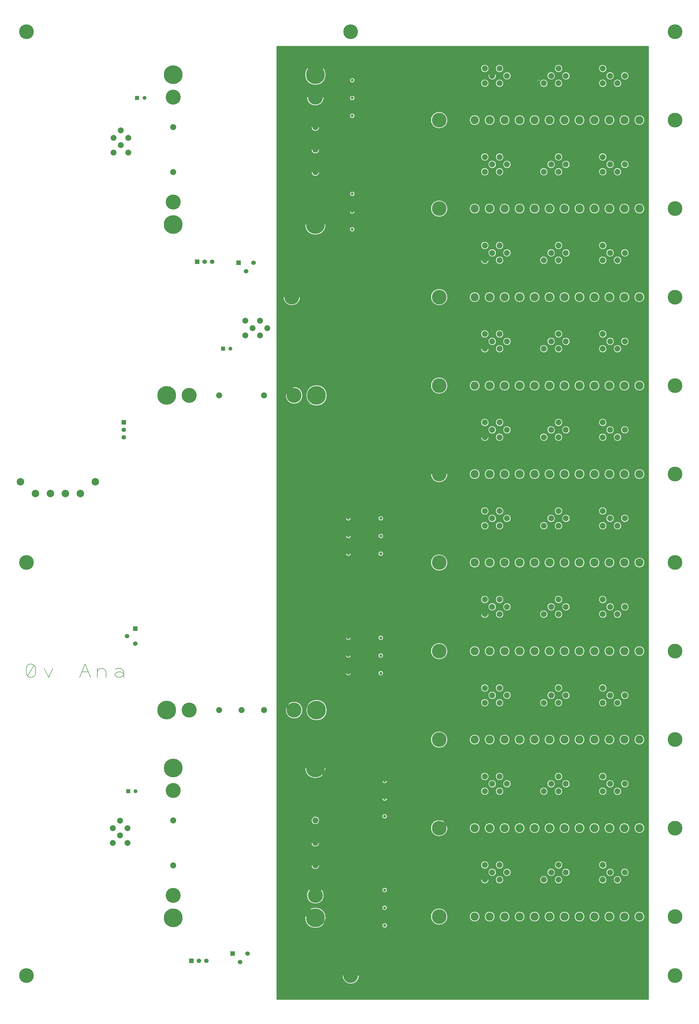
<source format=gbr>
%FSLAX23Y23*%
%MOIN*%
G04 EasyPC Gerber Version 18.0.6 Build 3620 *
%ADD20R,0.05200X0.05200*%
%ADD90R,0.06000X0.06000*%
%ADD16C,0.00500*%
%ADD10C,0.01200*%
%ADD27C,0.04000*%
%ADD21C,0.05200*%
%ADD88C,0.05906*%
%ADD91C,0.06000*%
%ADD23C,0.07874*%
%ADD18C,0.08000*%
%ADD15C,0.10000*%
%ADD96C,0.11000*%
%ADD17C,0.19685*%
%ADD19C,0.20000*%
%ADD89C,0.25000*%
X0Y0D02*
D02*
D10*
X8707Y12801D02*
X3746D01*
Y85*
X8707*
Y12801*
X3829Y9455D02*
G75*
G02X4057I114D01*
G01*
G75*
G02X3829I-114*
G01*
X3974Y4059D02*
G75*
G02Y3827J-116D01*
G01*
G75*
G02Y4059J116*
G01*
Y8259D02*
G75*
G02Y8027J-116D01*
G01*
G75*
G02Y8259J116*
G01*
X4117Y1171D02*
G75*
G02X4399I141D01*
G01*
G75*
G02X4117I-141*
G01*
Y3171D02*
G75*
G02X4399I141D01*
G01*
G75*
G02X4117I-141*
G01*
Y10423D02*
G75*
G02X4399I141D01*
G01*
G75*
G02X4117I-141*
G01*
Y12423D02*
G75*
G02X4399I141D01*
G01*
G75*
G02X4117I-141*
G01*
X4142Y1471D02*
G75*
G02X4374I116D01*
G01*
G75*
G02X4142I-116*
G01*
Y12123D02*
G75*
G02X4374I116D01*
G01*
G75*
G02X4142I-116*
G01*
X4202Y1871D02*
G75*
G02X4314I56D01*
G01*
G75*
G02X4202I-56*
G01*
Y2171D02*
G75*
G02X4314I56D01*
G01*
G75*
G02X4202I-56*
G01*
Y2471D02*
G75*
G02X4314I56D01*
G01*
G75*
G02X4202I-56*
G01*
Y11123D02*
G75*
G02X4314I56D01*
G01*
G75*
G02X4202I-56*
G01*
Y11423D02*
G75*
G02X4314I56D01*
G01*
G75*
G02X4202I-56*
G01*
Y11723D02*
G75*
G02X4314I56D01*
G01*
G75*
G02X4202I-56*
G01*
X4274Y4084D02*
G75*
G02Y3802J-141D01*
G01*
G75*
G02Y4084J141*
G01*
Y8284D02*
G75*
G02Y8002J-141D01*
G01*
G75*
G02Y8284J141*
G01*
X4616Y400D02*
G75*
G02X4845I114D01*
G01*
G75*
G02X4616I-114*
G01*
X4663Y4435D02*
G75*
G02X4735I36D01*
G01*
G75*
G02X4663I-36*
G01*
Y4671D02*
G75*
G02X4735I36D01*
G01*
G75*
G02X4663I-36*
G01*
Y4908D02*
G75*
G02X4735I36D01*
G01*
G75*
G02X4663I-36*
G01*
Y6030D02*
G75*
G02X4735I36D01*
G01*
G75*
G02X4663I-36*
G01*
Y6266D02*
G75*
G02X4735I36D01*
G01*
G75*
G02X4663I-36*
G01*
Y6502D02*
G75*
G02X4735I36D01*
G01*
G75*
G02X4663I-36*
G01*
X4714Y10360D02*
G75*
G02X4786I36D01*
G01*
G75*
G02X4714I-36*
G01*
Y10597D02*
G75*
G02X4786I36D01*
G01*
G75*
G02X4714I-36*
G01*
Y10833D02*
G75*
G02X4786I36D01*
G01*
G75*
G02X4714I-36*
G01*
Y11876D02*
G75*
G02X4786I36D01*
G01*
G75*
G02X4714I-36*
G01*
Y12112D02*
G75*
G02X4786I36D01*
G01*
G75*
G02X4714I-36*
G01*
Y12349D02*
G75*
G02X4786I36D01*
G01*
G75*
G02X4714I-36*
G01*
X5096Y4435D02*
G75*
G02X5168I36D01*
G01*
G75*
G02X5096I-36*
G01*
Y4671D02*
G75*
G02X5168I36D01*
G01*
G75*
G02X5096I-36*
G01*
Y4908D02*
G75*
G02X5168I36D01*
G01*
G75*
G02X5096I-36*
G01*
Y6030D02*
G75*
G02X5168I36D01*
G01*
G75*
G02X5096I-36*
G01*
Y6266D02*
G75*
G02X5168I36D01*
G01*
G75*
G02X5096I-36*
G01*
Y6502D02*
G75*
G02X5168I36D01*
G01*
G75*
G02X5096I-36*
G01*
X5147Y1069D02*
G75*
G02X5219I36D01*
G01*
G75*
G02X5147I-36*
G01*
Y1305D02*
G75*
G02X5219I36D01*
G01*
G75*
G02X5147I-36*
G01*
Y1541D02*
G75*
G02X5219I36D01*
G01*
G75*
G02X5147I-36*
G01*
Y2526D02*
G75*
G02X5219I36D01*
G01*
G75*
G02X5147I-36*
G01*
Y2762D02*
G75*
G02X5219I36D01*
G01*
G75*
G02X5147I-36*
G01*
Y2998D02*
G75*
G02X5219I36D01*
G01*
G75*
G02X5147I-36*
G01*
X5797Y1187D02*
G75*
G02X6026I114D01*
G01*
G75*
G02X5797I-114*
G01*
Y2368D02*
G75*
G02X6026I114D01*
G01*
G75*
G02X5797I-114*
G01*
Y3549D02*
G75*
G02X6026I114D01*
G01*
G75*
G02X5797I-114*
G01*
Y4730D02*
G75*
G02X6026I114D01*
G01*
G75*
G02X5797I-114*
G01*
Y5912D02*
G75*
G02X6026I114D01*
G01*
G75*
G02X5797I-114*
G01*
Y7093D02*
G75*
G02X6026I114D01*
G01*
G75*
G02X5797I-114*
G01*
Y8274D02*
G75*
G02X6026I114D01*
G01*
G75*
G02X5797I-114*
G01*
Y9455D02*
G75*
G02X6026I114D01*
G01*
G75*
G02X5797I-114*
G01*
Y10636D02*
G75*
G02X6026I114D01*
G01*
G75*
G02X5797I-114*
G01*
Y11817D02*
G75*
G02X6026I114D01*
G01*
G75*
G02X5797I-114*
G01*
X6386Y1116D02*
G75*
G02Y1258J71D01*
G01*
G75*
G02Y1116J-71*
G01*
Y2297D02*
G75*
G02Y2439J71D01*
G01*
G75*
G02Y2297J-71*
G01*
Y3478D02*
G75*
G02Y3620J71D01*
G01*
G75*
G02Y3478J-71*
G01*
Y4659D02*
G75*
G02Y4801J71D01*
G01*
G75*
G02Y4659J-71*
G01*
Y5841D02*
G75*
G02Y5983J71D01*
G01*
G75*
G02Y5841J-71*
G01*
Y7022D02*
G75*
G02Y7164J71D01*
G01*
G75*
G02Y7022J-71*
G01*
Y8203D02*
G75*
G02Y8345J71D01*
G01*
G75*
G02Y8203J-71*
G01*
Y9384D02*
G75*
G02Y9526J71D01*
G01*
G75*
G02Y9384J-71*
G01*
Y10565D02*
G75*
G02Y10707J71D01*
G01*
G75*
G02Y10565J-71*
G01*
Y11746D02*
G75*
G02Y11888J71D01*
G01*
G75*
G02Y11746J-71*
G01*
X6466Y1679D02*
G75*
G02X6577I55D01*
G01*
G75*
G02X6466I-55*
G01*
Y1876D02*
G75*
G02X6577I55D01*
G01*
G75*
G02X6466I-55*
G01*
Y2860D02*
G75*
G02X6577I55D01*
G01*
G75*
G02X6466I-55*
G01*
Y3057D02*
G75*
G02X6577I55D01*
G01*
G75*
G02X6466I-55*
G01*
Y4041D02*
G75*
G02X6577I55D01*
G01*
G75*
G02X6466I-55*
G01*
Y4238D02*
G75*
G02X6577I55D01*
G01*
G75*
G02X6466I-55*
G01*
Y5223D02*
G75*
G02X6577I55D01*
G01*
G75*
G02X6466I-55*
G01*
Y5419D02*
G75*
G02X6577I55D01*
G01*
G75*
G02X6466I-55*
G01*
Y6404D02*
G75*
G02X6577I55D01*
G01*
G75*
G02X6466I-55*
G01*
Y6600D02*
G75*
G02X6577I55D01*
G01*
G75*
G02X6466I-55*
G01*
Y7585D02*
G75*
G02X6577I55D01*
G01*
G75*
G02X6466I-55*
G01*
Y7782D02*
G75*
G02X6577I55D01*
G01*
G75*
G02X6466I-55*
G01*
Y8766D02*
G75*
G02X6577I55D01*
G01*
G75*
G02X6466I-55*
G01*
Y8963D02*
G75*
G02X6577I55D01*
G01*
G75*
G02X6466I-55*
G01*
Y9947D02*
G75*
G02X6577I55D01*
G01*
G75*
G02X6466I-55*
G01*
Y10144D02*
G75*
G02X6577I55D01*
G01*
G75*
G02X6466I-55*
G01*
Y11128D02*
G75*
G02X6577I55D01*
G01*
G75*
G02X6466I-55*
G01*
Y11325D02*
G75*
G02X6577I55D01*
G01*
G75*
G02X6466I-55*
G01*
Y12309D02*
G75*
G02X6577I55D01*
G01*
G75*
G02X6466I-55*
G01*
Y12506D02*
G75*
G02X6577I55D01*
G01*
G75*
G02X6466I-55*
G01*
X6565Y1778D02*
G75*
G02X6676I55D01*
G01*
G75*
G02X6565I-55*
G01*
Y2959D02*
G75*
G02X6676I55D01*
G01*
G75*
G02X6565I-55*
G01*
Y4140D02*
G75*
G02X6676I55D01*
G01*
G75*
G02X6565I-55*
G01*
Y5321D02*
G75*
G02X6676I55D01*
G01*
G75*
G02X6565I-55*
G01*
Y6502D02*
G75*
G02X6676I55D01*
G01*
G75*
G02X6565I-55*
G01*
Y7683D02*
G75*
G02X6676I55D01*
G01*
G75*
G02X6565I-55*
G01*
Y8864D02*
G75*
G02X6676I55D01*
G01*
G75*
G02X6565I-55*
G01*
Y10045D02*
G75*
G02X6676I55D01*
G01*
G75*
G02X6565I-55*
G01*
Y11226D02*
G75*
G02X6676I55D01*
G01*
G75*
G02X6565I-55*
G01*
Y12408D02*
G75*
G02X6676I55D01*
G01*
G75*
G02X6565I-55*
G01*
X6586Y1116D02*
G75*
G02Y1258J71D01*
G01*
G75*
G02Y1116J-71*
G01*
Y2297D02*
G75*
G02Y2439J71D01*
G01*
G75*
G02Y2297J-71*
G01*
Y3478D02*
G75*
G02Y3620J71D01*
G01*
G75*
G02Y3478J-71*
G01*
Y4659D02*
G75*
G02Y4801J71D01*
G01*
G75*
G02Y4659J-71*
G01*
Y5841D02*
G75*
G02Y5983J71D01*
G01*
G75*
G02Y5841J-71*
G01*
Y7022D02*
G75*
G02Y7164J71D01*
G01*
G75*
G02Y7022J-71*
G01*
Y8203D02*
G75*
G02Y8345J71D01*
G01*
G75*
G02Y8203J-71*
G01*
Y9384D02*
G75*
G02Y9526J71D01*
G01*
G75*
G02Y9384J-71*
G01*
Y10565D02*
G75*
G02Y10707J71D01*
G01*
G75*
G02Y10565J-71*
G01*
Y11746D02*
G75*
G02Y11888J71D01*
G01*
G75*
G02Y11746J-71*
G01*
X6663Y1679D02*
G75*
G02X6774I55D01*
G01*
G75*
G02X6663I-55*
G01*
Y1876D02*
G75*
G02X6774I55D01*
G01*
G75*
G02X6663I-55*
G01*
Y2860D02*
G75*
G02X6774I55D01*
G01*
G75*
G02X6663I-55*
G01*
Y3057D02*
G75*
G02X6774I55D01*
G01*
G75*
G02X6663I-55*
G01*
Y4041D02*
G75*
G02X6774I55D01*
G01*
G75*
G02X6663I-55*
G01*
Y4238D02*
G75*
G02X6774I55D01*
G01*
G75*
G02X6663I-55*
G01*
Y5223D02*
G75*
G02X6774I55D01*
G01*
G75*
G02X6663I-55*
G01*
Y5419D02*
G75*
G02X6774I55D01*
G01*
G75*
G02X6663I-55*
G01*
Y6404D02*
G75*
G02X6774I55D01*
G01*
G75*
G02X6663I-55*
G01*
Y6600D02*
G75*
G02X6774I55D01*
G01*
G75*
G02X6663I-55*
G01*
Y7585D02*
G75*
G02X6774I55D01*
G01*
G75*
G02X6663I-55*
G01*
Y7782D02*
G75*
G02X6774I55D01*
G01*
G75*
G02X6663I-55*
G01*
Y8766D02*
G75*
G02X6774I55D01*
G01*
G75*
G02X6663I-55*
G01*
Y8963D02*
G75*
G02X6774I55D01*
G01*
G75*
G02X6663I-55*
G01*
Y9947D02*
G75*
G02X6774I55D01*
G01*
G75*
G02X6663I-55*
G01*
Y10144D02*
G75*
G02X6774I55D01*
G01*
G75*
G02X6663I-55*
G01*
Y11128D02*
G75*
G02X6774I55D01*
G01*
G75*
G02X6663I-55*
G01*
Y11325D02*
G75*
G02X6774I55D01*
G01*
G75*
G02X6663I-55*
G01*
Y12309D02*
G75*
G02X6774I55D01*
G01*
G75*
G02X6663I-55*
G01*
Y12506D02*
G75*
G02X6774I55D01*
G01*
G75*
G02X6663I-55*
G01*
X6762Y1778D02*
G75*
G02X6872I55D01*
G01*
G75*
G02X6762I-55*
G01*
Y2959D02*
G75*
G02X6872I55D01*
G01*
G75*
G02X6762I-55*
G01*
Y4140D02*
G75*
G02X6872I55D01*
G01*
G75*
G02X6762I-55*
G01*
Y5321D02*
G75*
G02X6872I55D01*
G01*
G75*
G02X6762I-55*
G01*
Y6502D02*
G75*
G02X6872I55D01*
G01*
G75*
G02X6762I-55*
G01*
Y7683D02*
G75*
G02X6872I55D01*
G01*
G75*
G02X6762I-55*
G01*
Y8864D02*
G75*
G02X6872I55D01*
G01*
G75*
G02X6762I-55*
G01*
Y10045D02*
G75*
G02X6872I55D01*
G01*
G75*
G02X6762I-55*
G01*
Y11226D02*
G75*
G02X6872I55D01*
G01*
G75*
G02X6762I-55*
G01*
Y12408D02*
G75*
G02X6872I55D01*
G01*
G75*
G02X6762I-55*
G01*
X6786Y1116D02*
G75*
G02Y1258J71D01*
G01*
G75*
G02Y1116J-71*
G01*
Y2297D02*
G75*
G02Y2439J71D01*
G01*
G75*
G02Y2297J-71*
G01*
Y3478D02*
G75*
G02Y3620J71D01*
G01*
G75*
G02Y3478J-71*
G01*
Y4659D02*
G75*
G02Y4801J71D01*
G01*
G75*
G02Y4659J-71*
G01*
Y5841D02*
G75*
G02Y5983J71D01*
G01*
G75*
G02Y5841J-71*
G01*
Y7022D02*
G75*
G02Y7164J71D01*
G01*
G75*
G02Y7022J-71*
G01*
Y8203D02*
G75*
G02Y8345J71D01*
G01*
G75*
G02Y8203J-71*
G01*
Y9384D02*
G75*
G02Y9526J71D01*
G01*
G75*
G02Y9384J-71*
G01*
Y10565D02*
G75*
G02Y10707J71D01*
G01*
G75*
G02Y10565J-71*
G01*
Y11746D02*
G75*
G02Y11888J71D01*
G01*
G75*
G02Y11746J-71*
G01*
X6986Y1116D02*
G75*
G02Y1258J71D01*
G01*
G75*
G02Y1116J-71*
G01*
Y2297D02*
G75*
G02Y2439J71D01*
G01*
G75*
G02Y2297J-71*
G01*
Y3478D02*
G75*
G02Y3620J71D01*
G01*
G75*
G02Y3478J-71*
G01*
Y4659D02*
G75*
G02Y4801J71D01*
G01*
G75*
G02Y4659J-71*
G01*
Y5841D02*
G75*
G02Y5983J71D01*
G01*
G75*
G02Y5841J-71*
G01*
Y7022D02*
G75*
G02Y7164J71D01*
G01*
G75*
G02Y7022J-71*
G01*
Y8203D02*
G75*
G02Y8345J71D01*
G01*
G75*
G02Y8203J-71*
G01*
Y9384D02*
G75*
G02Y9526J71D01*
G01*
G75*
G02Y9384J-71*
G01*
Y10565D02*
G75*
G02Y10707J71D01*
G01*
G75*
G02Y10565J-71*
G01*
Y11746D02*
G75*
G02Y11888J71D01*
G01*
G75*
G02Y11746J-71*
G01*
X7186Y1116D02*
G75*
G02Y1258J71D01*
G01*
G75*
G02Y1116J-71*
G01*
Y2297D02*
G75*
G02Y2439J71D01*
G01*
G75*
G02Y2297J-71*
G01*
Y3478D02*
G75*
G02Y3620J71D01*
G01*
G75*
G02Y3478J-71*
G01*
Y4659D02*
G75*
G02Y4801J71D01*
G01*
G75*
G02Y4659J-71*
G01*
Y5841D02*
G75*
G02Y5983J71D01*
G01*
G75*
G02Y5841J-71*
G01*
Y7022D02*
G75*
G02Y7164J71D01*
G01*
G75*
G02Y7022J-71*
G01*
Y8203D02*
G75*
G02Y8345J71D01*
G01*
G75*
G02Y8203J-71*
G01*
Y9384D02*
G75*
G02Y9526J71D01*
G01*
G75*
G02Y9384J-71*
G01*
Y10565D02*
G75*
G02Y10707J71D01*
G01*
G75*
G02Y10565J-71*
G01*
Y11746D02*
G75*
G02Y11888J71D01*
G01*
G75*
G02Y11746J-71*
G01*
X7254Y1679D02*
G75*
G02X7365I55D01*
G01*
G75*
G02X7254I-55*
G01*
Y2860D02*
G75*
G02X7365I55D01*
G01*
G75*
G02X7254I-55*
G01*
Y4041D02*
G75*
G02X7365I55D01*
G01*
G75*
G02X7254I-55*
G01*
Y5223D02*
G75*
G02X7365I55D01*
G01*
G75*
G02X7254I-55*
G01*
Y6404D02*
G75*
G02X7365I55D01*
G01*
G75*
G02X7254I-55*
G01*
Y7585D02*
G75*
G02X7365I55D01*
G01*
G75*
G02X7254I-55*
G01*
Y8766D02*
G75*
G02X7365I55D01*
G01*
G75*
G02X7254I-55*
G01*
Y9947D02*
G75*
G02X7365I55D01*
G01*
G75*
G02X7254I-55*
G01*
Y11128D02*
G75*
G02X7365I55D01*
G01*
G75*
G02X7254I-55*
G01*
Y12309D02*
G75*
G02X7365I55D01*
G01*
G75*
G02X7254I-55*
G01*
X7352Y1778D02*
G75*
G02X7463I55D01*
G01*
G75*
G02X7352I-55*
G01*
Y2959D02*
G75*
G02X7463I55D01*
G01*
G75*
G02X7352I-55*
G01*
Y4140D02*
G75*
G02X7463I55D01*
G01*
G75*
G02X7352I-55*
G01*
Y5321D02*
G75*
G02X7463I55D01*
G01*
G75*
G02X7352I-55*
G01*
Y6502D02*
G75*
G02X7463I55D01*
G01*
G75*
G02X7352I-55*
G01*
Y7683D02*
G75*
G02X7463I55D01*
G01*
G75*
G02X7352I-55*
G01*
Y8864D02*
G75*
G02X7463I55D01*
G01*
G75*
G02X7352I-55*
G01*
Y10045D02*
G75*
G02X7463I55D01*
G01*
G75*
G02X7352I-55*
G01*
Y11226D02*
G75*
G02X7463I55D01*
G01*
G75*
G02X7352I-55*
G01*
Y12408D02*
G75*
G02X7463I55D01*
G01*
G75*
G02X7352I-55*
G01*
X7386Y1116D02*
G75*
G02Y1258J71D01*
G01*
G75*
G02Y1116J-71*
G01*
Y2297D02*
G75*
G02Y2439J71D01*
G01*
G75*
G02Y2297J-71*
G01*
Y3478D02*
G75*
G02Y3620J71D01*
G01*
G75*
G02Y3478J-71*
G01*
Y4659D02*
G75*
G02Y4801J71D01*
G01*
G75*
G02Y4659J-71*
G01*
Y5841D02*
G75*
G02Y5983J71D01*
G01*
G75*
G02Y5841J-71*
G01*
Y7022D02*
G75*
G02Y7164J71D01*
G01*
G75*
G02Y7022J-71*
G01*
Y8203D02*
G75*
G02Y8345J71D01*
G01*
G75*
G02Y8203J-71*
G01*
Y9384D02*
G75*
G02Y9526J71D01*
G01*
G75*
G02Y9384J-71*
G01*
Y10565D02*
G75*
G02Y10707J71D01*
G01*
G75*
G02Y10565J-71*
G01*
Y11746D02*
G75*
G02Y11888J71D01*
G01*
G75*
G02Y11746J-71*
G01*
X7451Y1679D02*
G75*
G02X7561I55D01*
G01*
G75*
G02X7451I-55*
G01*
Y1876D02*
G75*
G02X7561I55D01*
G01*
G75*
G02X7451I-55*
G01*
Y2860D02*
G75*
G02X7561I55D01*
G01*
G75*
G02X7451I-55*
G01*
Y3057D02*
G75*
G02X7561I55D01*
G01*
G75*
G02X7451I-55*
G01*
Y4041D02*
G75*
G02X7561I55D01*
G01*
G75*
G02X7451I-55*
G01*
Y4238D02*
G75*
G02X7561I55D01*
G01*
G75*
G02X7451I-55*
G01*
Y5223D02*
G75*
G02X7561I55D01*
G01*
G75*
G02X7451I-55*
G01*
Y5419D02*
G75*
G02X7561I55D01*
G01*
G75*
G02X7451I-55*
G01*
Y6404D02*
G75*
G02X7561I55D01*
G01*
G75*
G02X7451I-55*
G01*
Y6600D02*
G75*
G02X7561I55D01*
G01*
G75*
G02X7451I-55*
G01*
Y7585D02*
G75*
G02X7561I55D01*
G01*
G75*
G02X7451I-55*
G01*
Y7782D02*
G75*
G02X7561I55D01*
G01*
G75*
G02X7451I-55*
G01*
Y8766D02*
G75*
G02X7561I55D01*
G01*
G75*
G02X7451I-55*
G01*
Y8963D02*
G75*
G02X7561I55D01*
G01*
G75*
G02X7451I-55*
G01*
Y9947D02*
G75*
G02X7561I55D01*
G01*
G75*
G02X7451I-55*
G01*
Y10144D02*
G75*
G02X7561I55D01*
G01*
G75*
G02X7451I-55*
G01*
Y11128D02*
G75*
G02X7561I55D01*
G01*
G75*
G02X7451I-55*
G01*
Y11325D02*
G75*
G02X7561I55D01*
G01*
G75*
G02X7451I-55*
G01*
Y12309D02*
G75*
G02X7561I55D01*
G01*
G75*
G02X7451I-55*
G01*
Y12506D02*
G75*
G02X7561I55D01*
G01*
G75*
G02X7451I-55*
G01*
X7549Y1778D02*
G75*
G02X7660I55D01*
G01*
G75*
G02X7549I-55*
G01*
Y2959D02*
G75*
G02X7660I55D01*
G01*
G75*
G02X7549I-55*
G01*
Y4140D02*
G75*
G02X7660I55D01*
G01*
G75*
G02X7549I-55*
G01*
Y5321D02*
G75*
G02X7660I55D01*
G01*
G75*
G02X7549I-55*
G01*
Y6502D02*
G75*
G02X7660I55D01*
G01*
G75*
G02X7549I-55*
G01*
Y7683D02*
G75*
G02X7660I55D01*
G01*
G75*
G02X7549I-55*
G01*
Y8864D02*
G75*
G02X7660I55D01*
G01*
G75*
G02X7549I-55*
G01*
Y10045D02*
G75*
G02X7660I55D01*
G01*
G75*
G02X7549I-55*
G01*
Y11226D02*
G75*
G02X7660I55D01*
G01*
G75*
G02X7549I-55*
G01*
Y12408D02*
G75*
G02X7660I55D01*
G01*
G75*
G02X7549I-55*
G01*
X7586Y1116D02*
G75*
G02Y1258J71D01*
G01*
G75*
G02Y1116J-71*
G01*
Y2297D02*
G75*
G02Y2439J71D01*
G01*
G75*
G02Y2297J-71*
G01*
Y3478D02*
G75*
G02Y3620J71D01*
G01*
G75*
G02Y3478J-71*
G01*
Y4659D02*
G75*
G02Y4801J71D01*
G01*
G75*
G02Y4659J-71*
G01*
Y5841D02*
G75*
G02Y5983J71D01*
G01*
G75*
G02Y5841J-71*
G01*
Y7022D02*
G75*
G02Y7164J71D01*
G01*
G75*
G02Y7022J-71*
G01*
Y8203D02*
G75*
G02Y8345J71D01*
G01*
G75*
G02Y8203J-71*
G01*
Y9384D02*
G75*
G02Y9526J71D01*
G01*
G75*
G02Y9384J-71*
G01*
Y10565D02*
G75*
G02Y10707J71D01*
G01*
G75*
G02Y10565J-71*
G01*
Y11746D02*
G75*
G02Y11888J71D01*
G01*
G75*
G02Y11746J-71*
G01*
X7786Y1116D02*
G75*
G02Y1258J71D01*
G01*
G75*
G02Y1116J-71*
G01*
Y2297D02*
G75*
G02Y2439J71D01*
G01*
G75*
G02Y2297J-71*
G01*
Y3478D02*
G75*
G02Y3620J71D01*
G01*
G75*
G02Y3478J-71*
G01*
Y4659D02*
G75*
G02Y4801J71D01*
G01*
G75*
G02Y4659J-71*
G01*
Y5841D02*
G75*
G02Y5983J71D01*
G01*
G75*
G02Y5841J-71*
G01*
Y7022D02*
G75*
G02Y7164J71D01*
G01*
G75*
G02Y7022J-71*
G01*
Y8203D02*
G75*
G02Y8345J71D01*
G01*
G75*
G02Y8203J-71*
G01*
Y9384D02*
G75*
G02Y9526J71D01*
G01*
G75*
G02Y9384J-71*
G01*
Y10565D02*
G75*
G02Y10707J71D01*
G01*
G75*
G02Y10565J-71*
G01*
Y11746D02*
G75*
G02Y11888J71D01*
G01*
G75*
G02Y11746J-71*
G01*
X7986Y1116D02*
G75*
G02Y1258J71D01*
G01*
G75*
G02Y1116J-71*
G01*
Y2297D02*
G75*
G02Y2439J71D01*
G01*
G75*
G02Y2297J-71*
G01*
Y3478D02*
G75*
G02Y3620J71D01*
G01*
G75*
G02Y3478J-71*
G01*
Y4659D02*
G75*
G02Y4801J71D01*
G01*
G75*
G02Y4659J-71*
G01*
Y5841D02*
G75*
G02Y5983J71D01*
G01*
G75*
G02Y5841J-71*
G01*
Y7022D02*
G75*
G02Y7164J71D01*
G01*
G75*
G02Y7022J-71*
G01*
Y8203D02*
G75*
G02Y8345J71D01*
G01*
G75*
G02Y8203J-71*
G01*
Y9384D02*
G75*
G02Y9526J71D01*
G01*
G75*
G02Y9384J-71*
G01*
Y10565D02*
G75*
G02Y10707J71D01*
G01*
G75*
G02Y10565J-71*
G01*
Y11746D02*
G75*
G02Y11888J71D01*
G01*
G75*
G02Y11746J-71*
G01*
X8041Y1679D02*
G75*
G02X8152I55D01*
G01*
G75*
G02X8041I-55*
G01*
Y1876D02*
G75*
G02X8152I55D01*
G01*
G75*
G02X8041I-55*
G01*
Y2860D02*
G75*
G02X8152I55D01*
G01*
G75*
G02X8041I-55*
G01*
Y3057D02*
G75*
G02X8152I55D01*
G01*
G75*
G02X8041I-55*
G01*
Y4041D02*
G75*
G02X8152I55D01*
G01*
G75*
G02X8041I-55*
G01*
Y4238D02*
G75*
G02X8152I55D01*
G01*
G75*
G02X8041I-55*
G01*
Y5223D02*
G75*
G02X8152I55D01*
G01*
G75*
G02X8041I-55*
G01*
Y5419D02*
G75*
G02X8152I55D01*
G01*
G75*
G02X8041I-55*
G01*
Y6404D02*
G75*
G02X8152I55D01*
G01*
G75*
G02X8041I-55*
G01*
Y6600D02*
G75*
G02X8152I55D01*
G01*
G75*
G02X8041I-55*
G01*
Y7585D02*
G75*
G02X8152I55D01*
G01*
G75*
G02X8041I-55*
G01*
Y7782D02*
G75*
G02X8152I55D01*
G01*
G75*
G02X8041I-55*
G01*
Y8766D02*
G75*
G02X8152I55D01*
G01*
G75*
G02X8041I-55*
G01*
Y8963D02*
G75*
G02X8152I55D01*
G01*
G75*
G02X8041I-55*
G01*
Y9947D02*
G75*
G02X8152I55D01*
G01*
G75*
G02X8041I-55*
G01*
Y10144D02*
G75*
G02X8152I55D01*
G01*
G75*
G02X8041I-55*
G01*
Y11128D02*
G75*
G02X8152I55D01*
G01*
G75*
G02X8041I-55*
G01*
Y11325D02*
G75*
G02X8152I55D01*
G01*
G75*
G02X8041I-55*
G01*
Y12309D02*
G75*
G02X8152I55D01*
G01*
G75*
G02X8041I-55*
G01*
Y12506D02*
G75*
G02X8152I55D01*
G01*
G75*
G02X8041I-55*
G01*
X8140Y1778D02*
G75*
G02X8250I55D01*
G01*
G75*
G02X8140I-55*
G01*
Y2959D02*
G75*
G02X8250I55D01*
G01*
G75*
G02X8140I-55*
G01*
Y4140D02*
G75*
G02X8250I55D01*
G01*
G75*
G02X8140I-55*
G01*
Y5321D02*
G75*
G02X8250I55D01*
G01*
G75*
G02X8140I-55*
G01*
Y6502D02*
G75*
G02X8250I55D01*
G01*
G75*
G02X8140I-55*
G01*
Y7683D02*
G75*
G02X8250I55D01*
G01*
G75*
G02X8140I-55*
G01*
Y8864D02*
G75*
G02X8250I55D01*
G01*
G75*
G02X8140I-55*
G01*
Y10045D02*
G75*
G02X8250I55D01*
G01*
G75*
G02X8140I-55*
G01*
Y11226D02*
G75*
G02X8250I55D01*
G01*
G75*
G02X8140I-55*
G01*
Y12408D02*
G75*
G02X8250I55D01*
G01*
G75*
G02X8140I-55*
G01*
X8186Y1116D02*
G75*
G02Y1258J71D01*
G01*
G75*
G02Y1116J-71*
G01*
Y2297D02*
G75*
G02Y2439J71D01*
G01*
G75*
G02Y2297J-71*
G01*
Y3478D02*
G75*
G02Y3620J71D01*
G01*
G75*
G02Y3478J-71*
G01*
Y4659D02*
G75*
G02Y4801J71D01*
G01*
G75*
G02Y4659J-71*
G01*
Y5841D02*
G75*
G02Y5983J71D01*
G01*
G75*
G02Y5841J-71*
G01*
Y7022D02*
G75*
G02Y7164J71D01*
G01*
G75*
G02Y7022J-71*
G01*
Y8203D02*
G75*
G02Y8345J71D01*
G01*
G75*
G02Y8203J-71*
G01*
Y9384D02*
G75*
G02Y9526J71D01*
G01*
G75*
G02Y9384J-71*
G01*
Y10565D02*
G75*
G02Y10707J71D01*
G01*
G75*
G02Y10565J-71*
G01*
Y11746D02*
G75*
G02Y11888J71D01*
G01*
G75*
G02Y11746J-71*
G01*
X8238Y1679D02*
G75*
G02X8349I55D01*
G01*
G75*
G02X8238I-55*
G01*
Y2860D02*
G75*
G02X8349I55D01*
G01*
G75*
G02X8238I-55*
G01*
Y4041D02*
G75*
G02X8349I55D01*
G01*
G75*
G02X8238I-55*
G01*
Y5223D02*
G75*
G02X8349I55D01*
G01*
G75*
G02X8238I-55*
G01*
Y6404D02*
G75*
G02X8349I55D01*
G01*
G75*
G02X8238I-55*
G01*
Y7585D02*
G75*
G02X8349I55D01*
G01*
G75*
G02X8238I-55*
G01*
Y8766D02*
G75*
G02X8349I55D01*
G01*
G75*
G02X8238I-55*
G01*
Y9947D02*
G75*
G02X8349I55D01*
G01*
G75*
G02X8238I-55*
G01*
Y11128D02*
G75*
G02X8349I55D01*
G01*
G75*
G02X8238I-55*
G01*
Y12309D02*
G75*
G02X8349I55D01*
G01*
G75*
G02X8238I-55*
G01*
X8336Y1778D02*
G75*
G02X8447I55D01*
G01*
G75*
G02X8336I-55*
G01*
Y2959D02*
G75*
G02X8447I55D01*
G01*
G75*
G02X8336I-55*
G01*
Y4140D02*
G75*
G02X8447I55D01*
G01*
G75*
G02X8336I-55*
G01*
Y5321D02*
G75*
G02X8447I55D01*
G01*
G75*
G02X8336I-55*
G01*
Y6502D02*
G75*
G02X8447I55D01*
G01*
G75*
G02X8336I-55*
G01*
Y7683D02*
G75*
G02X8447I55D01*
G01*
G75*
G02X8336I-55*
G01*
Y8864D02*
G75*
G02X8447I55D01*
G01*
G75*
G02X8336I-55*
G01*
Y10045D02*
G75*
G02X8447I55D01*
G01*
G75*
G02X8336I-55*
G01*
Y11226D02*
G75*
G02X8447I55D01*
G01*
G75*
G02X8336I-55*
G01*
Y12408D02*
G75*
G02X8447I55D01*
G01*
G75*
G02X8336I-55*
G01*
X8386Y1116D02*
G75*
G02Y1258J71D01*
G01*
G75*
G02Y1116J-71*
G01*
Y2297D02*
G75*
G02Y2439J71D01*
G01*
G75*
G02Y2297J-71*
G01*
Y3478D02*
G75*
G02Y3620J71D01*
G01*
G75*
G02Y3478J-71*
G01*
Y4659D02*
G75*
G02Y4801J71D01*
G01*
G75*
G02Y4659J-71*
G01*
Y5841D02*
G75*
G02Y5983J71D01*
G01*
G75*
G02Y5841J-71*
G01*
Y7022D02*
G75*
G02Y7164J71D01*
G01*
G75*
G02Y7022J-71*
G01*
Y8203D02*
G75*
G02Y8345J71D01*
G01*
G75*
G02Y8203J-71*
G01*
Y9384D02*
G75*
G02Y9526J71D01*
G01*
G75*
G02Y9384J-71*
G01*
Y10565D02*
G75*
G02Y10707J71D01*
G01*
G75*
G02Y10565J-71*
G01*
Y11746D02*
G75*
G02Y11888J71D01*
G01*
G75*
G02Y11746J-71*
G01*
X8586Y1116D02*
G75*
G02Y1258J71D01*
G01*
G75*
G02Y1116J-71*
G01*
Y2297D02*
G75*
G02Y2439J71D01*
G01*
G75*
G02Y2297J-71*
G01*
Y3478D02*
G75*
G02Y3620J71D01*
G01*
G75*
G02Y3478J-71*
G01*
Y4659D02*
G75*
G02Y4801J71D01*
G01*
G75*
G02Y4659J-71*
G01*
Y5841D02*
G75*
G02Y5983J71D01*
G01*
G75*
G02Y5841J-71*
G01*
Y7022D02*
G75*
G02Y7164J71D01*
G01*
G75*
G02Y7022J-71*
G01*
Y8203D02*
G75*
G02Y8345J71D01*
G01*
G75*
G02Y8203J-71*
G01*
Y9384D02*
G75*
G02Y9526J71D01*
G01*
G75*
G02Y9384J-71*
G01*
Y10565D02*
G75*
G02Y10707J71D01*
G01*
G75*
G02Y10565J-71*
G01*
Y11746D02*
G75*
G02Y11888J71D01*
G01*
G75*
G02Y11746J-71*
G01*
X3746Y9455D02*
G36*
Y8963D01*
X6466*
G75*
G02X6577I55*
G01*
X6663*
G75*
G02X6774I55*
G01*
X7451*
G75*
G02X7561I55*
G01*
X8041*
G75*
G02X8152I55*
G01*
X8707*
Y9455*
X8657*
G75*
G02X8586Y9384I-71*
G01*
G75*
G02X8515Y9455J71*
G01*
X8457*
G75*
G02X8386Y9384I-71*
G01*
G75*
G02X8315Y9455J71*
G01*
X8257*
G75*
G02X8186Y9384I-71*
G01*
G75*
G02X8115Y9455J71*
G01*
X8057*
G75*
G02X7986Y9384I-71*
G01*
G75*
G02X7915Y9455J71*
G01*
X7857*
G75*
G02X7786Y9384I-71*
G01*
G75*
G02X7715Y9455J71*
G01*
X7657*
G75*
G02X7586Y9384I-71*
G01*
G75*
G02X7515Y9455J71*
G01*
X7457*
G75*
G02X7386Y9384I-71*
G01*
G75*
G02X7315Y9455J71*
G01*
X7257*
G75*
G02X7186Y9384I-71*
G01*
G75*
G02X7115Y9455J71*
G01*
X7057*
G75*
G02X6986Y9384I-71*
G01*
G75*
G02X6915Y9455J71*
G01*
X6857*
G75*
G02X6786Y9384I-71*
G01*
G75*
G02X6715Y9455J71*
G01*
X6657*
G75*
G02X6586Y9384I-71*
G01*
G75*
G02X6515Y9455J71*
G01*
X6457*
G75*
G02X6386Y9384I-71*
G01*
G75*
G02X6315Y9455J71*
G01*
X6026*
G75*
G02X5797I-114*
G01*
X4057*
G75*
G02X3829I-114*
G01*
X3746*
G37*
X3829D02*
G36*
G75*
G02X4057I114D01*
G01*
X5797*
G75*
G02X6026I114*
G01*
X6315*
G75*
G02X6386Y9526I71*
G01*
G75*
G02X6457Y9455J-71*
G01*
X6515*
G75*
G02X6586Y9526I71*
G01*
G75*
G02X6657Y9455J-71*
G01*
X6715*
G75*
G02X6786Y9526I71*
G01*
G75*
G02X6857Y9455J-71*
G01*
X6915*
G75*
G02X6986Y9526I71*
G01*
G75*
G02X7057Y9455J-71*
G01*
X7115*
G75*
G02X7186Y9526I71*
G01*
G75*
G02X7257Y9455J-71*
G01*
X7315*
G75*
G02X7386Y9526I71*
G01*
G75*
G02X7457Y9455J-71*
G01*
X7515*
G75*
G02X7586Y9526I71*
G01*
G75*
G02X7657Y9455J-71*
G01*
X7715*
G75*
G02X7786Y9526I71*
G01*
G75*
G02X7857Y9455J-71*
G01*
X7915*
G75*
G02X7986Y9526I71*
G01*
G75*
G02X8057Y9455J-71*
G01*
X8115*
G75*
G02X8186Y9526I71*
G01*
G75*
G02X8257Y9455J-71*
G01*
X8315*
G75*
G02X8386Y9526I71*
G01*
G75*
G02X8457Y9455J-71*
G01*
X8515*
G75*
G02X8586Y9526I71*
G01*
G75*
G02X8657Y9455J-71*
G01*
X8707*
Y9947*
X8349*
G75*
G02X8238I-55*
G01*
X8152*
G75*
G02X8041I-55*
G01*
X7561*
G75*
G02X7451I-55*
G01*
X7365*
G75*
G02X7254I-55*
G01*
X6774*
G75*
G02X6663I-55*
G01*
X6577*
G75*
G02X6466I-55*
G01*
X3746*
Y9455*
X3829*
G37*
X3746Y3943D02*
G36*
Y3549D01*
X5797*
G75*
G02X6026I114*
G01*
X6315*
G75*
G02X6386Y3620I71*
G01*
G75*
G02X6457Y3549J-71*
G01*
X6515*
G75*
G02X6586Y3620I71*
G01*
G75*
G02X6657Y3549J-71*
G01*
X6715*
G75*
G02X6786Y3620I71*
G01*
G75*
G02X6857Y3549J-71*
G01*
X6915*
G75*
G02X6986Y3620I71*
G01*
G75*
G02X7057Y3549J-71*
G01*
X7115*
G75*
G02X7186Y3620I71*
G01*
G75*
G02X7257Y3549J-71*
G01*
X7315*
G75*
G02X7386Y3620I71*
G01*
G75*
G02X7457Y3549J-71*
G01*
X7515*
G75*
G02X7586Y3620I71*
G01*
G75*
G02X7657Y3549J-71*
G01*
X7715*
G75*
G02X7786Y3620I71*
G01*
G75*
G02X7857Y3549J-71*
G01*
X7915*
G75*
G02X7986Y3620I71*
G01*
G75*
G02X8057Y3549J-71*
G01*
X8115*
G75*
G02X8186Y3620I71*
G01*
G75*
G02X8257Y3549J-71*
G01*
X8315*
G75*
G02X8386Y3620I71*
G01*
G75*
G02X8457Y3549J-71*
G01*
X8515*
G75*
G02X8586Y3620I71*
G01*
G75*
G02X8657Y3549J-71*
G01*
X8707*
Y3943*
X4415*
G75*
G02X4274Y3802I-141*
G01*
G75*
G02X4133Y3943J141*
G01*
X4090*
G75*
G02X3974Y3827I-116*
G01*
G75*
G02X3858Y3943J116*
G01*
X3746*
G37*
X3858D02*
G36*
G75*
G02X3912Y4041I116D01*
G01*
X3746*
Y3943*
X3858*
G37*
X4133D02*
G36*
G75*
G02X4173Y4041I141J0D01*
G01*
X4035*
G75*
G02X4090Y3943I-61J-98*
G01*
X4133*
G37*
X8707D02*
G36*
Y4041D01*
X8349*
G75*
G02X8238I-55*
G01*
X8152*
G75*
G02X8041I-55*
G01*
X7561*
G75*
G02X7451I-55*
G01*
X7365*
G75*
G02X7254I-55*
G01*
X6774*
G75*
G02X6663I-55*
G01*
X6577*
G75*
G02X6466I-55*
G01*
X4375*
G75*
G02X4415Y3943I-101J-98*
G01*
X8707*
G37*
X3746Y8143D02*
G36*
Y7782D01*
X6466*
G75*
G02X6577I55*
G01*
X6663*
G75*
G02X6774I55*
G01*
X7451*
G75*
G02X7561I55*
G01*
X8041*
G75*
G02X8152I55*
G01*
X8707*
Y8143*
X4415*
G75*
G02X4274Y8002I-141*
G01*
G75*
G02X4133Y8143J141*
G01*
X4090*
G75*
G02X3974Y8027I-116*
G01*
G75*
G02X3858Y8143J116*
G01*
X3746*
G37*
X3858D02*
G36*
G75*
G02X3974Y8259I116D01*
G01*
G75*
G02X4090Y8143J-116*
G01*
X4133*
G75*
G02X4221Y8274I141*
G01*
X3746*
Y8143*
X3858*
G37*
X8707D02*
G36*
Y8274D01*
X8657*
G75*
G02X8586Y8203I-71*
G01*
G75*
G02X8515Y8274J71*
G01*
X8457*
G75*
G02X8386Y8203I-71*
G01*
G75*
G02X8315Y8274J71*
G01*
X8257*
G75*
G02X8186Y8203I-71*
G01*
G75*
G02X8115Y8274J71*
G01*
X8057*
G75*
G02X7986Y8203I-71*
G01*
G75*
G02X7915Y8274J71*
G01*
X7857*
G75*
G02X7786Y8203I-71*
G01*
G75*
G02X7715Y8274J71*
G01*
X7657*
G75*
G02X7586Y8203I-71*
G01*
G75*
G02X7515Y8274J71*
G01*
X7457*
G75*
G02X7386Y8203I-71*
G01*
G75*
G02X7315Y8274J71*
G01*
X7257*
G75*
G02X7186Y8203I-71*
G01*
G75*
G02X7115Y8274J71*
G01*
X7057*
G75*
G02X6986Y8203I-71*
G01*
G75*
G02X6915Y8274J71*
G01*
X6857*
G75*
G02X6786Y8203I-71*
G01*
G75*
G02X6715Y8274J71*
G01*
X6657*
G75*
G02X6586Y8203I-71*
G01*
G75*
G02X6515Y8274J71*
G01*
X6457*
G75*
G02X6386Y8203I-71*
G01*
G75*
G02X6315Y8274J71*
G01*
X6026*
G75*
G02X5797I-114*
G01*
X4327*
G75*
G02X4415Y8143I-53J-131*
G01*
X8707*
G37*
X3746Y1171D02*
G36*
Y1069D01*
X4161*
G75*
G02X4117Y1171I97J102*
G01*
X3746*
G37*
X4117D02*
G36*
G75*
G02X4214Y1305I141D01*
G01*
X3746*
Y1171*
X4117*
G37*
X4399D02*
G36*
G75*
G02X4355Y1069I-141D01*
G01*
X5147*
G75*
G02X5219I36*
G01*
X8707*
Y1171*
X8656*
G75*
G02X8586Y1116I-69J16*
G01*
G75*
G02X8517Y1171J71*
G01*
X8456*
G75*
G02X8386Y1116I-69J16*
G01*
G75*
G02X8317Y1171J71*
G01*
X8256*
G75*
G02X8186Y1116I-69J16*
G01*
G75*
G02X8117Y1171J71*
G01*
X8056*
G75*
G02X7986Y1116I-69J16*
G01*
G75*
G02X7917Y1171J71*
G01*
X7856*
G75*
G02X7786Y1116I-69J16*
G01*
G75*
G02X7717Y1171J71*
G01*
X7656*
G75*
G02X7586Y1116I-69J16*
G01*
G75*
G02X7517Y1171J71*
G01*
X7456*
G75*
G02X7386Y1116I-69J16*
G01*
G75*
G02X7317Y1171J71*
G01*
X7256*
G75*
G02X7186Y1116I-69J16*
G01*
G75*
G02X7117Y1171J71*
G01*
X7056*
G75*
G02X6986Y1116I-69J16*
G01*
G75*
G02X6917Y1171J71*
G01*
X6856*
G75*
G02X6786Y1116I-69J16*
G01*
G75*
G02X6717Y1171J71*
G01*
X6656*
G75*
G02X6586Y1116I-69J16*
G01*
G75*
G02X6517Y1171J71*
G01*
X6456*
G75*
G02X6386Y1116I-69J16*
G01*
G75*
G02X6317Y1171J71*
G01*
X6025*
G75*
G02X5798I-113J16*
G01*
X4399*
G37*
X5798D02*
G36*
G75*
G02X5797Y1187I113J16D01*
G01*
G75*
G02X6026I114*
G01*
G75*
G02X6025Y1171I-114J0*
G01*
X6317*
G75*
G02X6386Y1258I69J16*
G01*
G75*
G02X6456Y1171J-71*
G01*
X6517*
G75*
G02X6586Y1258I69J16*
G01*
G75*
G02X6656Y1171J-71*
G01*
X6717*
G75*
G02X6786Y1258I69J16*
G01*
G75*
G02X6856Y1171J-71*
G01*
X6917*
G75*
G02X6986Y1258I69J16*
G01*
G75*
G02X7056Y1171J-71*
G01*
X7117*
G75*
G02X7186Y1258I69J16*
G01*
G75*
G02X7256Y1171J-71*
G01*
X7317*
G75*
G02X7386Y1258I69J16*
G01*
G75*
G02X7456Y1171J-71*
G01*
X7517*
G75*
G02X7586Y1258I69J16*
G01*
G75*
G02X7656Y1171J-71*
G01*
X7717*
G75*
G02X7786Y1258I69J16*
G01*
G75*
G02X7856Y1171J-71*
G01*
X7917*
G75*
G02X7986Y1258I69J16*
G01*
G75*
G02X8056Y1171J-71*
G01*
X8117*
G75*
G02X8186Y1258I69J16*
G01*
G75*
G02X8256Y1171J-71*
G01*
X8317*
G75*
G02X8386Y1258I69J16*
G01*
G75*
G02X8456Y1171J-71*
G01*
X8517*
G75*
G02X8586Y1258I69J16*
G01*
G75*
G02X8656Y1171J-71*
G01*
X8707*
Y1305*
X5219*
G75*
G02X5147I-36*
G01*
X4302*
G75*
G02X4399Y1171I-44J-134*
G01*
X5798*
G37*
X3746Y3171D02*
G36*
Y3057D01*
X4175*
G75*
G02X4117Y3171I83J114*
G01*
X3746*
G37*
X4117D02*
G36*
G75*
G02X4399I141D01*
G01*
X8707*
Y3549*
X8657*
G75*
G02X8586Y3478I-71*
G01*
G75*
G02X8515Y3549J71*
G01*
X8457*
G75*
G02X8386Y3478I-71*
G01*
G75*
G02X8315Y3549J71*
G01*
X8257*
G75*
G02X8186Y3478I-71*
G01*
G75*
G02X8115Y3549J71*
G01*
X8057*
G75*
G02X7986Y3478I-71*
G01*
G75*
G02X7915Y3549J71*
G01*
X7857*
G75*
G02X7786Y3478I-71*
G01*
G75*
G02X7715Y3549J71*
G01*
X7657*
G75*
G02X7586Y3478I-71*
G01*
G75*
G02X7515Y3549J71*
G01*
X7457*
G75*
G02X7386Y3478I-71*
G01*
G75*
G02X7315Y3549J71*
G01*
X7257*
G75*
G02X7186Y3478I-71*
G01*
G75*
G02X7115Y3549J71*
G01*
X7057*
G75*
G02X6986Y3478I-71*
G01*
G75*
G02X6915Y3549J71*
G01*
X6857*
G75*
G02X6786Y3478I-71*
G01*
G75*
G02X6715Y3549J71*
G01*
X6657*
G75*
G02X6586Y3478I-71*
G01*
G75*
G02X6515Y3549J71*
G01*
X6457*
G75*
G02X6386Y3478I-71*
G01*
G75*
G02X6315Y3549J71*
G01*
X6026*
G75*
G02X5797I-114*
G01*
X3746*
Y3171*
X4117*
G37*
X4399D02*
G36*
G75*
G02X4341Y3057I-141D01*
G01*
X6466*
G75*
G02X6577I55*
G01*
X6663*
G75*
G02X6774I55*
G01*
X7451*
G75*
G02X7561I55*
G01*
X8041*
G75*
G02X8152I55*
G01*
X8707*
Y3171*
X4399*
G37*
X3746Y10423D02*
G36*
Y10360D01*
X4132*
G75*
G02X4117Y10423I126J63*
G01*
X3746*
G37*
X4117D02*
G36*
G75*
G02X4399I141D01*
G01*
X8707*
Y10597*
X8645*
G75*
G02X8586Y10565I-59J39*
G01*
G75*
G02X8527Y10597J71*
G01*
X8445*
G75*
G02X8386Y10565I-59J39*
G01*
G75*
G02X8327Y10597J71*
G01*
X8245*
G75*
G02X8186Y10565I-59J39*
G01*
G75*
G02X8127Y10597J71*
G01*
X8045*
G75*
G02X7986Y10565I-59J39*
G01*
G75*
G02X7927Y10597J71*
G01*
X7845*
G75*
G02X7786Y10565I-59J39*
G01*
G75*
G02X7727Y10597J71*
G01*
X7645*
G75*
G02X7586Y10565I-59J39*
G01*
G75*
G02X7527Y10597J71*
G01*
X7445*
G75*
G02X7386Y10565I-59J39*
G01*
G75*
G02X7327Y10597J71*
G01*
X7245*
G75*
G02X7186Y10565I-59J39*
G01*
G75*
G02X7127Y10597J71*
G01*
X7045*
G75*
G02X6986Y10565I-59J39*
G01*
G75*
G02X6927Y10597J71*
G01*
X6845*
G75*
G02X6786Y10565I-59J39*
G01*
G75*
G02X6727Y10597J71*
G01*
X6645*
G75*
G02X6586Y10565I-59J39*
G01*
G75*
G02X6527Y10597J71*
G01*
X6445*
G75*
G02X6386Y10565I-59J39*
G01*
G75*
G02X6327Y10597J71*
G01*
X6019*
G75*
G02X5804I-107J39*
G01*
X4786*
G75*
G02X4714I-36*
G01*
X3746*
Y10423*
X4117*
G37*
X4399D02*
G36*
G75*
G02X4384Y10360I-141J0D01*
G01*
X4714*
G75*
G02X4786I36*
G01*
X8707*
Y10423*
X4399*
G37*
X3746Y12423D02*
G36*
Y12349D01*
X4138*
G75*
G02X4117Y12423I120J75*
G01*
X3746*
G37*
X4117D02*
G36*
G75*
G02X4144Y12506I141D01*
G01*
X3746*
Y12423*
X4117*
G37*
X4399D02*
G36*
G75*
G02X4377Y12349I-141J0D01*
G01*
X4714*
G75*
G02X4786I36*
G01*
X6483*
G75*
G02X6561I39J-39*
G01*
X6680*
G75*
G02X6758I39J-39*
G01*
X7270*
G75*
G02X7348I39J-39*
G01*
X7467*
G75*
G02X7545I39J-39*
G01*
X8058*
G75*
G02X8135I39J-39*
G01*
X8254*
G75*
G02X8332I39J-39*
G01*
X8707*
Y12423*
X8445*
G75*
G02X8447Y12408I-53J-16*
G01*
G75*
G02X8336I-55*
G01*
G75*
G02X8339Y12423I55*
G01*
X8248*
G75*
G02X8250Y12408I-53J-16*
G01*
G75*
G02X8140I-55*
G01*
G75*
G02X8142Y12423I55*
G01*
X7658*
G75*
G02X7660Y12408I-53J-16*
G01*
G75*
G02X7549I-55*
G01*
G75*
G02X7551Y12423I55*
G01*
X7461*
G75*
G02X7463Y12408I-53J-16*
G01*
G75*
G02X7352I-55*
G01*
G75*
G02X7354Y12423I55*
G01*
X6870*
G75*
G02X6872Y12408I-53J-16*
G01*
G75*
G02X6762I-55*
G01*
G75*
G02X6764Y12423I55*
G01*
X6673*
G75*
G02X6676Y12408I-53J-16*
G01*
G75*
G02X6565I-55*
G01*
G75*
G02X6567Y12423I55*
G01*
X4399*
G37*
X6567D02*
G36*
G75*
G02X6673I53J-16D01*
G01*
X6764*
G75*
G02X6870I53J-16*
G01*
X7354*
G75*
G02X7461I53J-16*
G01*
X7551*
G75*
G02X7658I53J-16*
G01*
X8142*
G75*
G02X8248I53J-16*
G01*
X8339*
G75*
G02X8445I53J-16*
G01*
X8707*
Y12506*
X8152*
G75*
G02X8041I-55*
G01*
X7561*
G75*
G02X7451I-55*
G01*
X6774*
G75*
G02X6663I-55*
G01*
X6577*
G75*
G02X6466I-55*
G01*
X4372*
G75*
G02X4399Y12423I-114J-83*
G01*
X6567*
G37*
X3746Y1471D02*
G36*
Y1305D01*
X4214*
G75*
G02X4302I44J-134*
G01*
X5147*
G75*
G02X5219I36*
G01*
X8707*
Y1471*
X4374*
G75*
G02X4142I-116*
G01*
X3746*
G37*
X4142D02*
G36*
G75*
G02X4166Y1541I116J0D01*
G01*
X3746*
Y1471*
X4142*
G37*
X8707D02*
G36*
Y1541D01*
X5219*
G75*
G02X5147I-36*
G01*
X4350*
G75*
G02X4374Y1471I-92J-70*
G01*
X8707*
G37*
X3746Y12123D02*
G36*
Y11876D01*
X4714*
G75*
G02X4786I36*
G01*
X5814*
G75*
G02X6010I98J-59*
G01*
X6347*
G75*
G02X6386Y11888I39J-59*
G01*
G75*
G02X6426Y11876J-71*
G01*
X6547*
G75*
G02X6586Y11888I39J-59*
G01*
G75*
G02X6626Y11876J-71*
G01*
X6747*
G75*
G02X6786Y11888I39J-59*
G01*
G75*
G02X6826Y11876J-71*
G01*
X6947*
G75*
G02X6986Y11888I39J-59*
G01*
G75*
G02X7026Y11876J-71*
G01*
X7147*
G75*
G02X7186Y11888I39J-59*
G01*
G75*
G02X7226Y11876J-71*
G01*
X7347*
G75*
G02X7386Y11888I39J-59*
G01*
G75*
G02X7426Y11876J-71*
G01*
X7547*
G75*
G02X7586Y11888I39J-59*
G01*
G75*
G02X7626Y11876J-71*
G01*
X7747*
G75*
G02X7786Y11888I39J-59*
G01*
G75*
G02X7826Y11876J-71*
G01*
X7947*
G75*
G02X7986Y11888I39J-59*
G01*
G75*
G02X8026Y11876J-71*
G01*
X8147*
G75*
G02X8186Y11888I39J-59*
G01*
G75*
G02X8226Y11876J-71*
G01*
X8347*
G75*
G02X8386Y11888I39J-59*
G01*
G75*
G02X8426Y11876J-71*
G01*
X8547*
G75*
G02X8586Y11888I39J-59*
G01*
G75*
G02X8626Y11876J-71*
G01*
X8707*
Y12123*
X4784*
G75*
G02X4786Y12112I-34J-11*
G01*
G75*
G02X4714I-36*
G01*
G75*
G02X4716Y12123I36J0*
G01*
X4374*
G75*
G02X4142I-116*
G01*
X3746*
G37*
X4142D02*
G36*
G75*
G02X4374I116D01*
G01*
X4716*
G75*
G02X4784I34J-11*
G01*
X8707*
Y12349*
X8332*
G75*
G02X8349Y12309I-39J-39*
G01*
G75*
G02X8238I-55*
G01*
G75*
G02X8254Y12349I55*
G01*
X8135*
G75*
G02X8152Y12309I-39J-39*
G01*
G75*
G02X8041I-55*
G01*
G75*
G02X8058Y12349I55*
G01*
X7545*
G75*
G02X7561Y12309I-39J-39*
G01*
G75*
G02X7451I-55*
G01*
G75*
G02X7467Y12349I55*
G01*
X7348*
G75*
G02X7365Y12309I-39J-39*
G01*
G75*
G02X7254I-55*
G01*
G75*
G02X7270Y12349I55*
G01*
X6758*
G75*
G02X6774Y12309I-39J-39*
G01*
G75*
G02X6663I-55*
G01*
G75*
G02X6680Y12349I55*
G01*
X6561*
G75*
G02X6577Y12309I-39J-39*
G01*
G75*
G02X6466I-55*
G01*
G75*
G02X6483Y12349I55*
G01*
X4786*
G75*
G02X4714I-36*
G01*
X4377*
G75*
G02X4138I-120J75*
G01*
X3746*
Y12123*
X4142*
G37*
X3746Y1871D02*
G36*
Y1778D01*
X6565*
G75*
G02X6676I55*
G01*
X6762*
G75*
G02X6872I55*
G01*
X7352*
G75*
G02X7463I55*
G01*
X7549*
G75*
G02X7660I55*
G01*
X8140*
G75*
G02X8250I55*
G01*
X8336*
G75*
G02X8447I55*
G01*
X8707*
Y1871*
X8152*
G75*
G02X8041I-55J5*
G01*
X7561*
G75*
G02X7451I-55J5*
G01*
X6774*
G75*
G02X6663I-55J5*
G01*
X6577*
G75*
G02X6467I-55J5*
G01*
X4314*
G75*
G02X4202I-56*
G01*
X3746*
G37*
X4202D02*
G36*
G75*
G02X4314I56D01*
G01*
X6467*
G75*
G02X6466Y1876I55J5*
G01*
G75*
G02X6577I55*
G01*
G75*
G02X6577Y1871I-55J0*
G01*
X6663*
G75*
G02X6663Y1876I55J5*
G01*
G75*
G02X6774I55*
G01*
G75*
G02X6774Y1871I-55J0*
G01*
X7451*
G75*
G02X7451Y1876I55J5*
G01*
G75*
G02X7561I55*
G01*
G75*
G02X7561Y1871I-55J0*
G01*
X8041*
G75*
G02X8041Y1876I55J5*
G01*
G75*
G02X8152I55*
G01*
G75*
G02X8152Y1871I-55J0*
G01*
X8707*
Y2171*
X4314*
G75*
G02X4202I-56*
G01*
X3746*
Y1871*
X4202*
G37*
Y2171D02*
G36*
G75*
G02X4314I56D01*
G01*
X8707*
Y2368*
X8657*
G75*
G02X8586Y2297I-71*
G01*
G75*
G02X8515Y2368J71*
G01*
X8457*
G75*
G02X8386Y2297I-71*
G01*
G75*
G02X8315Y2368J71*
G01*
X8257*
G75*
G02X8186Y2297I-71*
G01*
G75*
G02X8115Y2368J71*
G01*
X8057*
G75*
G02X7986Y2297I-71*
G01*
G75*
G02X7915Y2368J71*
G01*
X7857*
G75*
G02X7786Y2297I-71*
G01*
G75*
G02X7715Y2368J71*
G01*
X7657*
G75*
G02X7586Y2297I-71*
G01*
G75*
G02X7515Y2368J71*
G01*
X7457*
G75*
G02X7386Y2297I-71*
G01*
G75*
G02X7315Y2368J71*
G01*
X7257*
G75*
G02X7186Y2297I-71*
G01*
G75*
G02X7115Y2368J71*
G01*
X7057*
G75*
G02X6986Y2297I-71*
G01*
G75*
G02X6915Y2368J71*
G01*
X6857*
G75*
G02X6786Y2297I-71*
G01*
G75*
G02X6715Y2368J71*
G01*
X6657*
G75*
G02X6586Y2297I-71*
G01*
G75*
G02X6515Y2368J71*
G01*
X6457*
G75*
G02X6386Y2297I-71*
G01*
G75*
G02X6315Y2368J71*
G01*
X6026*
G75*
G02X5797I-114*
G01*
X3746*
Y2171*
X4202*
G37*
X3746Y2471D02*
G36*
Y2368D01*
X5797*
G75*
G02X5862Y2471I114*
G01*
X4314*
G75*
G02X4202I-56*
G01*
X3746*
G37*
X4202D02*
G36*
G75*
G02X4244Y2526I56D01*
G01*
X3746*
Y2471*
X4202*
G37*
X5862D02*
G36*
G75*
G02X5961I50J-103D01*
G01*
X8707*
Y2526*
X5219*
G75*
G02X5147I-36*
G01*
X4272*
G75*
G02X4314Y2471I-14J-54*
G01*
X5862*
G37*
X5961D02*
G36*
G75*
G02X6026Y2368I-50J-103D01*
G01*
X6315*
G75*
G02X6386Y2439I71*
G01*
G75*
G02X6457Y2368J-71*
G01*
X6515*
G75*
G02X6586Y2439I71*
G01*
G75*
G02X6657Y2368J-71*
G01*
X6715*
G75*
G02X6786Y2439I71*
G01*
G75*
G02X6857Y2368J-71*
G01*
X6915*
G75*
G02X6986Y2439I71*
G01*
G75*
G02X7057Y2368J-71*
G01*
X7115*
G75*
G02X7186Y2439I71*
G01*
G75*
G02X7257Y2368J-71*
G01*
X7315*
G75*
G02X7386Y2439I71*
G01*
G75*
G02X7457Y2368J-71*
G01*
X7515*
G75*
G02X7586Y2439I71*
G01*
G75*
G02X7657Y2368J-71*
G01*
X7715*
G75*
G02X7786Y2439I71*
G01*
G75*
G02X7857Y2368J-71*
G01*
X7915*
G75*
G02X7986Y2439I71*
G01*
G75*
G02X8057Y2368J-71*
G01*
X8115*
G75*
G02X8186Y2439I71*
G01*
G75*
G02X8257Y2368J-71*
G01*
X8315*
G75*
G02X8386Y2439I71*
G01*
G75*
G02X8457Y2368J-71*
G01*
X8515*
G75*
G02X8586Y2439I71*
G01*
G75*
G02X8657Y2368J-71*
G01*
X8707*
Y2471*
X5961*
G37*
X3746Y11123D02*
G36*
Y10833D01*
X4714*
G75*
G02X4786I36*
G01*
X8707*
Y11123*
X8349*
G75*
G02X8238I-55J5*
G01*
X8152*
G75*
G02X8041I-55J5*
G01*
X7561*
G75*
G02X7451I-55J5*
G01*
X7364*
G75*
G02X7254I-55J5*
G01*
X6774*
G75*
G02X6663I-55J5*
G01*
X6577*
G75*
G02X6467I-55J5*
G01*
X4314*
G75*
G02X4202I-56*
G01*
X3746*
G37*
X4202D02*
G36*
G75*
G02X4314I56D01*
G01*
X6467*
G75*
G02X6466Y11128I55J5*
G01*
G75*
G02X6577I55*
G01*
G75*
G02X6577Y11123I-55J0*
G01*
X6663*
G75*
G02X6663Y11128I55J5*
G01*
G75*
G02X6774I55*
G01*
G75*
G02X6774Y11123I-55J0*
G01*
X7254*
G75*
G02X7254Y11128I55J5*
G01*
G75*
G02X7365I55*
G01*
G75*
G02X7364Y11123I-55J0*
G01*
X7451*
G75*
G02X7451Y11128I55J5*
G01*
G75*
G02X7561I55*
G01*
G75*
G02X7561Y11123I-55J0*
G01*
X8041*
G75*
G02X8041Y11128I55J5*
G01*
G75*
G02X8152I55*
G01*
G75*
G02X8152Y11123I-55J0*
G01*
X8238*
G75*
G02X8238Y11128I55J5*
G01*
G75*
G02X8349I55*
G01*
G75*
G02X8349Y11123I-55J0*
G01*
X8707*
Y11226*
X8447*
G75*
G02X8336I-55*
G01*
X8250*
G75*
G02X8140I-55*
G01*
X7660*
G75*
G02X7549I-55*
G01*
X7463*
G75*
G02X7352I-55*
G01*
X6872*
G75*
G02X6762I-55*
G01*
X6676*
G75*
G02X6565I-55*
G01*
X3746*
Y11123*
X4202*
G37*
X3746Y11423D02*
G36*
Y11325D01*
X6466*
G75*
G02X6577I55*
G01*
X6663*
G75*
G02X6774I55*
G01*
X7451*
G75*
G02X7561I55*
G01*
X8041*
G75*
G02X8152I55*
G01*
X8707*
Y11423*
X4314*
G75*
G02X4202I-56*
G01*
X3746*
G37*
X4202D02*
G36*
G75*
G02X4314I56D01*
G01*
X8707*
Y11723*
X5977*
G75*
G02X5846I-66J94*
G01*
X4314*
G75*
G02X4202I-56*
G01*
X3746*
Y11423*
X4202*
G37*
Y11723D02*
G36*
G75*
G02X4314I56D01*
G01*
X5846*
G75*
G02X5797Y11817I66J94*
G01*
G75*
G02X5814Y11876I114*
G01*
X4786*
G75*
G02X4714I-36*
G01*
X3746*
Y11723*
X4202*
G37*
X8707D02*
G36*
Y11876D01*
X8626*
G75*
G02X8586Y11746I-39J-59*
G01*
G75*
G02X8547Y11876J71*
G01*
X8426*
G75*
G02X8386Y11746I-39J-59*
G01*
G75*
G02X8347Y11876J71*
G01*
X8226*
G75*
G02X8186Y11746I-39J-59*
G01*
G75*
G02X8147Y11876J71*
G01*
X8026*
G75*
G02X7986Y11746I-39J-59*
G01*
G75*
G02X7947Y11876J71*
G01*
X7826*
G75*
G02X7786Y11746I-39J-59*
G01*
G75*
G02X7747Y11876J71*
G01*
X7626*
G75*
G02X7586Y11746I-39J-59*
G01*
G75*
G02X7547Y11876J71*
G01*
X7426*
G75*
G02X7386Y11746I-39J-59*
G01*
G75*
G02X7347Y11876J71*
G01*
X7226*
G75*
G02X7186Y11746I-39J-59*
G01*
G75*
G02X7147Y11876J71*
G01*
X7026*
G75*
G02X6986Y11746I-39J-59*
G01*
G75*
G02X6947Y11876J71*
G01*
X6826*
G75*
G02X6786Y11746I-39J-59*
G01*
G75*
G02X6747Y11876J71*
G01*
X6626*
G75*
G02X6586Y11746I-39J-59*
G01*
G75*
G02X6547Y11876J71*
G01*
X6426*
G75*
G02X6386Y11746I-39J-59*
G01*
G75*
G02X6347Y11876J71*
G01*
X6010*
G75*
G02X6026Y11817I-98J-59*
G01*
G75*
G02X5977Y11723I-114*
G01*
X8707*
G37*
X3746Y400D02*
G36*
Y85D01*
X8707*
Y400*
X4845*
G75*
G02X4616I-114*
G01*
X3746*
G37*
X4616D02*
G36*
G75*
G02X4845I114D01*
G01*
X8707*
Y1069*
X5219*
G75*
G02X5147I-36*
G01*
X4355*
G75*
G02X4161I-97J102*
G01*
X3746*
Y400*
X4616*
G37*
X3746Y4435D02*
G36*
Y4238D01*
X6466*
G75*
G02X6577I55*
G01*
X6663*
G75*
G02X6774I55*
G01*
X7451*
G75*
G02X7561I55*
G01*
X8041*
G75*
G02X8152I55*
G01*
X8707*
Y4435*
X5168*
G75*
G02X5096I-36*
G01*
X4735*
G75*
G02X4663I-36*
G01*
X3746*
G37*
X4663D02*
G36*
G75*
G02X4735I36D01*
G01*
X5096*
G75*
G02X5168I36*
G01*
X8707*
Y4671*
X8626*
G75*
G02X8586Y4659I-39J59*
G01*
G75*
G02X8547Y4671J71*
G01*
X8426*
G75*
G02X8386Y4659I-39J59*
G01*
G75*
G02X8347Y4671J71*
G01*
X8226*
G75*
G02X8186Y4659I-39J59*
G01*
G75*
G02X8147Y4671J71*
G01*
X8026*
G75*
G02X7986Y4659I-39J59*
G01*
G75*
G02X7947Y4671J71*
G01*
X7826*
G75*
G02X7786Y4659I-39J59*
G01*
G75*
G02X7747Y4671J71*
G01*
X7626*
G75*
G02X7586Y4659I-39J59*
G01*
G75*
G02X7547Y4671J71*
G01*
X7426*
G75*
G02X7386Y4659I-39J59*
G01*
G75*
G02X7347Y4671J71*
G01*
X7226*
G75*
G02X7186Y4659I-39J59*
G01*
G75*
G02X7147Y4671J71*
G01*
X7026*
G75*
G02X6986Y4659I-39J59*
G01*
G75*
G02X6947Y4671J71*
G01*
X6826*
G75*
G02X6786Y4659I-39J59*
G01*
G75*
G02X6747Y4671J71*
G01*
X6626*
G75*
G02X6586Y4659I-39J59*
G01*
G75*
G02X6547Y4671J71*
G01*
X6426*
G75*
G02X6386Y4659I-39J59*
G01*
G75*
G02X6347Y4671J71*
G01*
X6010*
G75*
G02X5814I-98J59*
G01*
X5168*
G75*
G02X5096I-36*
G01*
X4735*
G75*
G02X4663I-36*
G01*
X3746*
Y4435*
X4663*
G37*
Y4671D02*
G36*
G75*
G02X4735I36D01*
G01*
X5096*
G75*
G02X5168I36*
G01*
X5814*
G75*
G02X5797Y4730I98J59*
G01*
G75*
G02X6026I114*
G01*
G75*
G02X6010Y4671I-114*
G01*
X6347*
G75*
G02X6386Y4801I39J59*
G01*
G75*
G02X6426Y4671J-71*
G01*
X6547*
G75*
G02X6586Y4801I39J59*
G01*
G75*
G02X6626Y4671J-71*
G01*
X6747*
G75*
G02X6786Y4801I39J59*
G01*
G75*
G02X6826Y4671J-71*
G01*
X6947*
G75*
G02X6986Y4801I39J59*
G01*
G75*
G02X7026Y4671J-71*
G01*
X7147*
G75*
G02X7186Y4801I39J59*
G01*
G75*
G02X7226Y4671J-71*
G01*
X7347*
G75*
G02X7386Y4801I39J59*
G01*
G75*
G02X7426Y4671J-71*
G01*
X7547*
G75*
G02X7586Y4801I39J59*
G01*
G75*
G02X7626Y4671J-71*
G01*
X7747*
G75*
G02X7786Y4801I39J59*
G01*
G75*
G02X7826Y4671J-71*
G01*
X7947*
G75*
G02X7986Y4801I39J59*
G01*
G75*
G02X8026Y4671J-71*
G01*
X8147*
G75*
G02X8186Y4801I39J59*
G01*
G75*
G02X8226Y4671J-71*
G01*
X8347*
G75*
G02X8386Y4801I39J59*
G01*
G75*
G02X8426Y4671J-71*
G01*
X8547*
G75*
G02X8586Y4801I39J59*
G01*
G75*
G02X8626Y4671J-71*
G01*
X8707*
Y4908*
X5168*
G75*
G02X5096I-36*
G01*
X4735*
G75*
G02X4663I-36*
G01*
X3746*
Y4671*
X4663*
G37*
Y4908D02*
G36*
G75*
G02X4735I36D01*
G01*
X5096*
G75*
G02X5168I36*
G01*
X8707*
Y5223*
X8349*
G75*
G02X8238I-55*
G01*
X8152*
G75*
G02X8041I-55*
G01*
X7561*
G75*
G02X7451I-55*
G01*
X7365*
G75*
G02X7254I-55*
G01*
X6774*
G75*
G02X6663I-55*
G01*
X6577*
G75*
G02X6466I-55*
G01*
X3746*
Y4908*
X4663*
G37*
X3746Y6030D02*
G36*
Y5912D01*
X5797*
G75*
G02X6026I114*
G01*
X6315*
G75*
G02X6386Y5983I71*
G01*
G75*
G02X6457Y5912J-71*
G01*
X6515*
G75*
G02X6586Y5983I71*
G01*
G75*
G02X6657Y5912J-71*
G01*
X6715*
G75*
G02X6786Y5983I71*
G01*
G75*
G02X6857Y5912J-71*
G01*
X6915*
G75*
G02X6986Y5983I71*
G01*
G75*
G02X7057Y5912J-71*
G01*
X7115*
G75*
G02X7186Y5983I71*
G01*
G75*
G02X7257Y5912J-71*
G01*
X7315*
G75*
G02X7386Y5983I71*
G01*
G75*
G02X7457Y5912J-71*
G01*
X7515*
G75*
G02X7586Y5983I71*
G01*
G75*
G02X7657Y5912J-71*
G01*
X7715*
G75*
G02X7786Y5983I71*
G01*
G75*
G02X7857Y5912J-71*
G01*
X7915*
G75*
G02X7986Y5983I71*
G01*
G75*
G02X8057Y5912J-71*
G01*
X8115*
G75*
G02X8186Y5983I71*
G01*
G75*
G02X8257Y5912J-71*
G01*
X8315*
G75*
G02X8386Y5983I71*
G01*
G75*
G02X8457Y5912J-71*
G01*
X8515*
G75*
G02X8586Y5983I71*
G01*
G75*
G02X8657Y5912J-71*
G01*
X8707*
Y6030*
X5168*
G75*
G02X5096I-36*
G01*
X4735*
G75*
G02X4663I-36*
G01*
X3746*
G37*
X4663D02*
G36*
G75*
G02X4735I36D01*
G01*
X5096*
G75*
G02X5168I36*
G01*
X8707*
Y6266*
X5168*
G75*
G02X5096I-36*
G01*
X4735*
G75*
G02X4663I-36*
G01*
X3746*
Y6030*
X4663*
G37*
Y6266D02*
G36*
G75*
G02X4735I36D01*
G01*
X5096*
G75*
G02X5168I36*
G01*
X8707*
Y6404*
X8349*
G75*
G02X8238I-55*
G01*
X8152*
G75*
G02X8041I-55*
G01*
X7561*
G75*
G02X7451I-55*
G01*
X7365*
G75*
G02X7254I-55*
G01*
X6774*
G75*
G02X6663I-55*
G01*
X6577*
G75*
G02X6466I-55*
G01*
X3746*
Y6266*
X4663*
G37*
X3746Y6502D02*
G36*
Y6404D01*
X6466*
G75*
G02X6577I55*
G01*
X6663*
G75*
G02X6774I55*
G01*
X7254*
G75*
G02X7365I55*
G01*
X7451*
G75*
G02X7561I55*
G01*
X8041*
G75*
G02X8152I55*
G01*
X8238*
G75*
G02X8349I55*
G01*
X8707*
Y6502*
X8447*
G75*
G02X8336I-55*
G01*
X8250*
G75*
G02X8140I-55*
G01*
X7660*
G75*
G02X7549I-55*
G01*
X7463*
G75*
G02X7352I-55*
G01*
X6872*
G75*
G02X6762I-55*
G01*
X6676*
G75*
G02X6565I-55*
G01*
X5168*
G75*
G02X5096I-36*
G01*
X4735*
G75*
G02X4663I-36*
G01*
X3746*
G37*
X4663D02*
G36*
G75*
G02X4735I36D01*
G01*
X5096*
G75*
G02X5168I36*
G01*
X6565*
G75*
G02X6676I55*
G01*
X6762*
G75*
G02X6872I55*
G01*
X7352*
G75*
G02X7463I55*
G01*
X7549*
G75*
G02X7660I55*
G01*
X8140*
G75*
G02X8250I55*
G01*
X8336*
G75*
G02X8447I55*
G01*
X8707*
Y6600*
X8152*
G75*
G02X8041I-55*
G01*
X7561*
G75*
G02X7451I-55*
G01*
X6774*
G75*
G02X6663I-55*
G01*
X6577*
G75*
G02X6466I-55*
G01*
X3746*
Y6502*
X4663*
G37*
X3746Y10360D02*
G36*
Y10144D01*
X6466*
G75*
G02X6577I55*
G01*
X6663*
G75*
G02X6774I55*
G01*
X7451*
G75*
G02X7561I55*
G01*
X8041*
G75*
G02X8152I55*
G01*
X8707*
Y10360*
X4786*
G75*
G02X4714I-36*
G01*
X4384*
G75*
G02X4132I-126J63*
G01*
X3746*
G37*
X4714Y10597D02*
G36*
G75*
G02X4786I36D01*
G01*
X5804*
G75*
G02X5797Y10636I107J39*
G01*
G75*
G02X6026I114*
G01*
G75*
G02X6019Y10597I-114J0*
G01*
X6327*
G75*
G02X6386Y10707I59J39*
G01*
G75*
G02X6445Y10597J-71*
G01*
X6527*
G75*
G02X6586Y10707I59J39*
G01*
G75*
G02X6645Y10597J-71*
G01*
X6727*
G75*
G02X6786Y10707I59J39*
G01*
G75*
G02X6845Y10597J-71*
G01*
X6927*
G75*
G02X6986Y10707I59J39*
G01*
G75*
G02X7045Y10597J-71*
G01*
X7127*
G75*
G02X7186Y10707I59J39*
G01*
G75*
G02X7245Y10597J-71*
G01*
X7327*
G75*
G02X7386Y10707I59J39*
G01*
G75*
G02X7445Y10597J-71*
G01*
X7527*
G75*
G02X7586Y10707I59J39*
G01*
G75*
G02X7645Y10597J-71*
G01*
X7727*
G75*
G02X7786Y10707I59J39*
G01*
G75*
G02X7845Y10597J-71*
G01*
X7927*
G75*
G02X7986Y10707I59J39*
G01*
G75*
G02X8045Y10597J-71*
G01*
X8127*
G75*
G02X8186Y10707I59J39*
G01*
G75*
G02X8245Y10597J-71*
G01*
X8327*
G75*
G02X8386Y10707I59J39*
G01*
G75*
G02X8445Y10597J-71*
G01*
X8527*
G75*
G02X8586Y10707I59J39*
G01*
G75*
G02X8645Y10597J-71*
G01*
X8707*
Y10833*
X4786*
G75*
G02X4714I-36*
G01*
X3746*
Y10597*
X4714*
G37*
X4166Y1541D02*
G36*
G75*
G02X4350I92J-70D01*
G01*
X5147*
G75*
G02X5219I36*
G01*
X8707*
Y1679*
X8349*
G75*
G02X8238I-55*
G01*
X8152*
G75*
G02X8041I-55*
G01*
X7561*
G75*
G02X7451I-55*
G01*
X7365*
G75*
G02X7254I-55*
G01*
X6774*
G75*
G02X6663I-55*
G01*
X6577*
G75*
G02X6466I-55*
G01*
X3746*
Y1541*
X4166*
G37*
X4244Y2526D02*
G36*
G75*
G02X4272I14J-54D01*
G01*
X5147*
G75*
G02X5219I36*
G01*
X8707*
Y2762*
X5219*
G75*
G02X5147I-36*
G01*
X3746*
Y2526*
X4244*
G37*
X5147Y2762D02*
G36*
G75*
G02X5219I36D01*
G01*
X8707*
Y2860*
X8349*
G75*
G02X8238I-55*
G01*
X8152*
G75*
G02X8041I-55*
G01*
X7561*
G75*
G02X7451I-55*
G01*
X7365*
G75*
G02X7254I-55*
G01*
X6774*
G75*
G02X6663I-55*
G01*
X6577*
G75*
G02X6466I-55*
G01*
X3746*
Y2762*
X5147*
G37*
X3746Y2998D02*
G36*
Y2860D01*
X6466*
G75*
G02X6577I55*
G01*
X6663*
G75*
G02X6774I55*
G01*
X7254*
G75*
G02X7365I55*
G01*
X7451*
G75*
G02X7561I55*
G01*
X8041*
G75*
G02X8152I55*
G01*
X8238*
G75*
G02X8349I55*
G01*
X8707*
Y2998*
X8431*
G75*
G02X8447Y2959I-39J-39*
G01*
G75*
G02X8336I-55*
G01*
G75*
G02X8353Y2998I55*
G01*
X8234*
G75*
G02X8250Y2959I-39J-39*
G01*
G75*
G02X8140I-55*
G01*
G75*
G02X8156Y2998I55*
G01*
X7643*
G75*
G02X7660Y2959I-39J-39*
G01*
G75*
G02X7549I-55*
G01*
G75*
G02X7565Y2998I55*
G01*
X7447*
G75*
G02X7463Y2959I-39J-39*
G01*
G75*
G02X7352I-55*
G01*
G75*
G02X7369Y2998I55*
G01*
X6856*
G75*
G02X6872Y2959I-39J-39*
G01*
G75*
G02X6762I-55*
G01*
G75*
G02X6778Y2998I55*
G01*
X6659*
G75*
G02X6676Y2959I-39J-39*
G01*
G75*
G02X6565I-55*
G01*
G75*
G02X6581Y2998I55*
G01*
X5219*
G75*
G02X5147I-36*
G01*
X3746*
G37*
X5147D02*
G36*
G75*
G02X5219I36D01*
G01*
X6581*
G75*
G02X6659I39J-39*
G01*
X6778*
G75*
G02X6856I39J-39*
G01*
X7369*
G75*
G02X7447I39J-39*
G01*
X7565*
G75*
G02X7643I39J-39*
G01*
X8156*
G75*
G02X8234I39J-39*
G01*
X8353*
G75*
G02X8431I39J-39*
G01*
X8707*
Y3057*
X8152*
G75*
G02X8041I-55*
G01*
X7561*
G75*
G02X7451I-55*
G01*
X6774*
G75*
G02X6663I-55*
G01*
X6577*
G75*
G02X6466I-55*
G01*
X4341*
G75*
G02X4175I-83J114*
G01*
X3746*
Y2998*
X5147*
G37*
X3746Y5912D02*
G36*
Y5419D01*
X6466*
G75*
G02X6577I55*
G01*
X6663*
G75*
G02X6774I55*
G01*
X7451*
G75*
G02X7561I55*
G01*
X8041*
G75*
G02X8152I55*
G01*
X8707*
Y5912*
X8657*
G75*
G02X8586Y5841I-71*
G01*
G75*
G02X8515Y5912J71*
G01*
X8457*
G75*
G02X8386Y5841I-71*
G01*
G75*
G02X8315Y5912J71*
G01*
X8257*
G75*
G02X8186Y5841I-71*
G01*
G75*
G02X8115Y5912J71*
G01*
X8057*
G75*
G02X7986Y5841I-71*
G01*
G75*
G02X7915Y5912J71*
G01*
X7857*
G75*
G02X7786Y5841I-71*
G01*
G75*
G02X7715Y5912J71*
G01*
X7657*
G75*
G02X7586Y5841I-71*
G01*
G75*
G02X7515Y5912J71*
G01*
X7457*
G75*
G02X7386Y5841I-71*
G01*
G75*
G02X7315Y5912J71*
G01*
X7257*
G75*
G02X7186Y5841I-71*
G01*
G75*
G02X7115Y5912J71*
G01*
X7057*
G75*
G02X6986Y5841I-71*
G01*
G75*
G02X6915Y5912J71*
G01*
X6857*
G75*
G02X6786Y5841I-71*
G01*
G75*
G02X6715Y5912J71*
G01*
X6657*
G75*
G02X6586Y5841I-71*
G01*
G75*
G02X6515Y5912J71*
G01*
X6457*
G75*
G02X6386Y5841I-71*
G01*
G75*
G02X6315Y5912J71*
G01*
X6026*
G75*
G02X5797I-114*
G01*
X3746*
G37*
Y7093D02*
G36*
Y6600D01*
X6466*
G75*
G02X6577I55*
G01*
X6663*
G75*
G02X6774I55*
G01*
X7451*
G75*
G02X7561I55*
G01*
X8041*
G75*
G02X8152I55*
G01*
X8707*
Y7093*
X8657*
G75*
G02X8586Y7022I-71*
G01*
G75*
G02X8515Y7093J71*
G01*
X8457*
G75*
G02X8386Y7022I-71*
G01*
G75*
G02X8315Y7093J71*
G01*
X8257*
G75*
G02X8186Y7022I-71*
G01*
G75*
G02X8115Y7093J71*
G01*
X8057*
G75*
G02X7986Y7022I-71*
G01*
G75*
G02X7915Y7093J71*
G01*
X7857*
G75*
G02X7786Y7022I-71*
G01*
G75*
G02X7715Y7093J71*
G01*
X7657*
G75*
G02X7586Y7022I-71*
G01*
G75*
G02X7515Y7093J71*
G01*
X7457*
G75*
G02X7386Y7022I-71*
G01*
G75*
G02X7315Y7093J71*
G01*
X7257*
G75*
G02X7186Y7022I-71*
G01*
G75*
G02X7115Y7093J71*
G01*
X7057*
G75*
G02X6986Y7022I-71*
G01*
G75*
G02X6915Y7093J71*
G01*
X6857*
G75*
G02X6786Y7022I-71*
G01*
G75*
G02X6715Y7093J71*
G01*
X6657*
G75*
G02X6586Y7022I-71*
G01*
G75*
G02X6515Y7093J71*
G01*
X6457*
G75*
G02X6386Y7022I-71*
G01*
G75*
G02X6315Y7093J71*
G01*
X6026*
G75*
G02X5797I-114*
G01*
X3746*
G37*
X5797D02*
G36*
G75*
G02X6026I114D01*
G01*
X6315*
G75*
G02X6386Y7164I71*
G01*
G75*
G02X6457Y7093J-71*
G01*
X6515*
G75*
G02X6586Y7164I71*
G01*
G75*
G02X6657Y7093J-71*
G01*
X6715*
G75*
G02X6786Y7164I71*
G01*
G75*
G02X6857Y7093J-71*
G01*
X6915*
G75*
G02X6986Y7164I71*
G01*
G75*
G02X7057Y7093J-71*
G01*
X7115*
G75*
G02X7186Y7164I71*
G01*
G75*
G02X7257Y7093J-71*
G01*
X7315*
G75*
G02X7386Y7164I71*
G01*
G75*
G02X7457Y7093J-71*
G01*
X7515*
G75*
G02X7586Y7164I71*
G01*
G75*
G02X7657Y7093J-71*
G01*
X7715*
G75*
G02X7786Y7164I71*
G01*
G75*
G02X7857Y7093J-71*
G01*
X7915*
G75*
G02X7986Y7164I71*
G01*
G75*
G02X8057Y7093J-71*
G01*
X8115*
G75*
G02X8186Y7164I71*
G01*
G75*
G02X8257Y7093J-71*
G01*
X8315*
G75*
G02X8386Y7164I71*
G01*
G75*
G02X8457Y7093J-71*
G01*
X8515*
G75*
G02X8586Y7164I71*
G01*
G75*
G02X8657Y7093J-71*
G01*
X8707*
Y7585*
X8349*
G75*
G02X8238I-55*
G01*
X8152*
G75*
G02X8041I-55*
G01*
X7561*
G75*
G02X7451I-55*
G01*
X7365*
G75*
G02X7254I-55*
G01*
X6774*
G75*
G02X6663I-55*
G01*
X6577*
G75*
G02X6466I-55*
G01*
X3746*
Y7093*
X5797*
G37*
X4221Y8274D02*
G36*
G75*
G02X4274Y8284I53J-131D01*
G01*
G75*
G02X4327Y8274J-141*
G01*
X5797*
G75*
G02X6026I114*
G01*
X6315*
G75*
G02X6386Y8345I71*
G01*
G75*
G02X6457Y8274J-71*
G01*
X6515*
G75*
G02X6586Y8345I71*
G01*
G75*
G02X6657Y8274J-71*
G01*
X6715*
G75*
G02X6786Y8345I71*
G01*
G75*
G02X6857Y8274J-71*
G01*
X6915*
G75*
G02X6986Y8345I71*
G01*
G75*
G02X7057Y8274J-71*
G01*
X7115*
G75*
G02X7186Y8345I71*
G01*
G75*
G02X7257Y8274J-71*
G01*
X7315*
G75*
G02X7386Y8345I71*
G01*
G75*
G02X7457Y8274J-71*
G01*
X7515*
G75*
G02X7586Y8345I71*
G01*
G75*
G02X7657Y8274J-71*
G01*
X7715*
G75*
G02X7786Y8345I71*
G01*
G75*
G02X7857Y8274J-71*
G01*
X7915*
G75*
G02X7986Y8345I71*
G01*
G75*
G02X8057Y8274J-71*
G01*
X8115*
G75*
G02X8186Y8345I71*
G01*
G75*
G02X8257Y8274J-71*
G01*
X8315*
G75*
G02X8386Y8345I71*
G01*
G75*
G02X8457Y8274J-71*
G01*
X8515*
G75*
G02X8586Y8345I71*
G01*
G75*
G02X8657Y8274J-71*
G01*
X8707*
Y8766*
X8349*
G75*
G02X8238I-55*
G01*
X8152*
G75*
G02X8041I-55*
G01*
X7561*
G75*
G02X7451I-55*
G01*
X7365*
G75*
G02X7254I-55*
G01*
X6774*
G75*
G02X6663I-55*
G01*
X6577*
G75*
G02X6466I-55*
G01*
X3746*
Y8274*
X4221*
G37*
X6466Y1679D02*
G36*
G75*
G02X6577I55D01*
G01*
X6663*
G75*
G02X6774I55*
G01*
X7254*
G75*
G02X7365I55*
G01*
X7451*
G75*
G02X7561I55*
G01*
X8041*
G75*
G02X8152I55*
G01*
X8238*
G75*
G02X8349I55*
G01*
X8707*
Y1778*
X8447*
G75*
G02X8336I-55*
G01*
X8250*
G75*
G02X8140I-55*
G01*
X7660*
G75*
G02X7549I-55*
G01*
X7463*
G75*
G02X7352I-55*
G01*
X6872*
G75*
G02X6762I-55*
G01*
X6676*
G75*
G02X6565I-55*
G01*
X3746*
Y1679*
X6466*
G37*
X3912Y4041D02*
G36*
G75*
G02X3974Y4059I61J-98D01*
G01*
G75*
G02X4035Y4041I0J-116*
G01*
X4173*
G75*
G02X4274Y4084I101J-98*
G01*
G75*
G02X4375Y4041J-141*
G01*
X6466*
G75*
G02X6577I55*
G01*
X6663*
G75*
G02X6774I55*
G01*
X7254*
G75*
G02X7365I55*
G01*
X7451*
G75*
G02X7561I55*
G01*
X8041*
G75*
G02X8152I55*
G01*
X8238*
G75*
G02X8349I55*
G01*
X8707*
Y4140*
X8447*
G75*
G02X8336I-55*
G01*
X8250*
G75*
G02X8140I-55*
G01*
X7660*
G75*
G02X7549I-55*
G01*
X7463*
G75*
G02X7352I-55*
G01*
X6872*
G75*
G02X6762I-55*
G01*
X6676*
G75*
G02X6565I-55*
G01*
X3746*
Y4041*
X3912*
G37*
X3746Y4238D02*
G36*
Y4140D01*
X6565*
G75*
G02X6676I55*
G01*
X6762*
G75*
G02X6872I55*
G01*
X7352*
G75*
G02X7463I55*
G01*
X7549*
G75*
G02X7660I55*
G01*
X8140*
G75*
G02X8250I55*
G01*
X8336*
G75*
G02X8447I55*
G01*
X8707*
Y4238*
X8152*
G75*
G02X8041I-55*
G01*
X7561*
G75*
G02X7451I-55*
G01*
X6774*
G75*
G02X6663I-55*
G01*
X6577*
G75*
G02X6466I-55*
G01*
X3746*
G37*
X6466Y5223D02*
G36*
G75*
G02X6577I55D01*
G01*
X6663*
G75*
G02X6774I55*
G01*
X7254*
G75*
G02X7365I55*
G01*
X7451*
G75*
G02X7561I55*
G01*
X8041*
G75*
G02X8152I55*
G01*
X8238*
G75*
G02X8349I55*
G01*
X8707*
Y5321*
X8447*
G75*
G02X8336I-55*
G01*
X8250*
G75*
G02X8140I-55*
G01*
X7660*
G75*
G02X7549I-55*
G01*
X7463*
G75*
G02X7352I-55*
G01*
X6872*
G75*
G02X6762I-55*
G01*
X6676*
G75*
G02X6565I-55*
G01*
X3746*
Y5223*
X6466*
G37*
X3746Y5419D02*
G36*
Y5321D01*
X6565*
G75*
G02X6676I55*
G01*
X6762*
G75*
G02X6872I55*
G01*
X7352*
G75*
G02X7463I55*
G01*
X7549*
G75*
G02X7660I55*
G01*
X8140*
G75*
G02X8250I55*
G01*
X8336*
G75*
G02X8447I55*
G01*
X8707*
Y5419*
X8152*
G75*
G02X8041I-55*
G01*
X7561*
G75*
G02X7451I-55*
G01*
X6774*
G75*
G02X6663I-55*
G01*
X6577*
G75*
G02X6466I-55*
G01*
X3746*
G37*
X6466Y7585D02*
G36*
G75*
G02X6577I55D01*
G01*
X6663*
G75*
G02X6774I55*
G01*
X7254*
G75*
G02X7365I55*
G01*
X7451*
G75*
G02X7561I55*
G01*
X8041*
G75*
G02X8152I55*
G01*
X8238*
G75*
G02X8349I55*
G01*
X8707*
Y7683*
X8447*
G75*
G02X8336I-55*
G01*
X8250*
G75*
G02X8140I-55*
G01*
X7660*
G75*
G02X7549I-55*
G01*
X7463*
G75*
G02X7352I-55*
G01*
X6872*
G75*
G02X6762I-55*
G01*
X6676*
G75*
G02X6565I-55*
G01*
X3746*
Y7585*
X6466*
G37*
X3746Y7782D02*
G36*
Y7683D01*
X6565*
G75*
G02X6676I55*
G01*
X6762*
G75*
G02X6872I55*
G01*
X7352*
G75*
G02X7463I55*
G01*
X7549*
G75*
G02X7660I55*
G01*
X8140*
G75*
G02X8250I55*
G01*
X8336*
G75*
G02X8447I55*
G01*
X8707*
Y7782*
X8152*
G75*
G02X8041I-55*
G01*
X7561*
G75*
G02X7451I-55*
G01*
X6774*
G75*
G02X6663I-55*
G01*
X6577*
G75*
G02X6466I-55*
G01*
X3746*
G37*
X6466Y8766D02*
G36*
G75*
G02X6577I55D01*
G01*
X6663*
G75*
G02X6774I55*
G01*
X7254*
G75*
G02X7365I55*
G01*
X7451*
G75*
G02X7561I55*
G01*
X8041*
G75*
G02X8152I55*
G01*
X8238*
G75*
G02X8349I55*
G01*
X8707*
Y8864*
X8447*
G75*
G02X8336I-55*
G01*
X8250*
G75*
G02X8140I-55*
G01*
X7660*
G75*
G02X7549I-55*
G01*
X7463*
G75*
G02X7352I-55*
G01*
X6872*
G75*
G02X6762I-55*
G01*
X6676*
G75*
G02X6565I-55*
G01*
X3746*
Y8766*
X6466*
G37*
X3746Y8963D02*
G36*
Y8864D01*
X6565*
G75*
G02X6676I55*
G01*
X6762*
G75*
G02X6872I55*
G01*
X7352*
G75*
G02X7463I55*
G01*
X7549*
G75*
G02X7660I55*
G01*
X8140*
G75*
G02X8250I55*
G01*
X8336*
G75*
G02X8447I55*
G01*
X8707*
Y8963*
X8152*
G75*
G02X8041I-55*
G01*
X7561*
G75*
G02X7451I-55*
G01*
X6774*
G75*
G02X6663I-55*
G01*
X6577*
G75*
G02X6466I-55*
G01*
X3746*
G37*
X6466Y9947D02*
G36*
G75*
G02X6577I55D01*
G01*
X6663*
G75*
G02X6774I55*
G01*
X7254*
G75*
G02X7365I55*
G01*
X7451*
G75*
G02X7561I55*
G01*
X8041*
G75*
G02X8152I55*
G01*
X8238*
G75*
G02X8349I55*
G01*
X8707*
Y10045*
X8447*
G75*
G02X8336I-55*
G01*
X8250*
G75*
G02X8140I-55*
G01*
X7660*
G75*
G02X7549I-55*
G01*
X7463*
G75*
G02X7352I-55*
G01*
X6872*
G75*
G02X6762I-55*
G01*
X6676*
G75*
G02X6565I-55*
G01*
X3746*
Y9947*
X6466*
G37*
X3746Y10144D02*
G36*
Y10045D01*
X6565*
G75*
G02X6676I55*
G01*
X6762*
G75*
G02X6872I55*
G01*
X7352*
G75*
G02X7463I55*
G01*
X7549*
G75*
G02X7660I55*
G01*
X8140*
G75*
G02X8250I55*
G01*
X8336*
G75*
G02X8447I55*
G01*
X8707*
Y10144*
X8152*
G75*
G02X8041I-55*
G01*
X7561*
G75*
G02X7451I-55*
G01*
X6774*
G75*
G02X6663I-55*
G01*
X6577*
G75*
G02X6466I-55*
G01*
X3746*
G37*
Y11325D02*
G36*
Y11226D01*
X6565*
G75*
G02X6676I55*
G01*
X6762*
G75*
G02X6872I55*
G01*
X7352*
G75*
G02X7463I55*
G01*
X7549*
G75*
G02X7660I55*
G01*
X8140*
G75*
G02X8250I55*
G01*
X8336*
G75*
G02X8447I55*
G01*
X8707*
Y11325*
X8152*
G75*
G02X8041I-55*
G01*
X7561*
G75*
G02X7451I-55*
G01*
X6774*
G75*
G02X6663I-55*
G01*
X6577*
G75*
G02X6466I-55*
G01*
X3746*
G37*
X4144Y12506D02*
G36*
G75*
G02X4372I114J-83D01*
G01*
X6466*
G75*
G02X6577I55*
G01*
X6663*
G75*
G02X6774I55*
G01*
X7451*
G75*
G02X7561I55*
G01*
X8041*
G75*
G02X8152I55*
G01*
X8707*
Y12801*
X3746*
Y12506*
X4144*
G37*
D02*
D15*
X318Y6990D03*
X518Y6833D03*
X718D03*
X918D03*
X1118D03*
X1318Y6990D03*
D02*
D16*
X414Y4396D02*
X444Y4381D01*
X474*
X503Y4396*
X518Y4425*
Y4514*
X503Y4543*
X474Y4558*
X444*
X414Y4543*
X400Y4514*
Y4425*
X414Y4396*
X503Y4543*
X636Y4499D02*
X695Y4381D01*
X754Y4499*
X1108Y4381D02*
X1182Y4558D01*
X1256Y4381*
X1138Y4455D02*
X1226D01*
X1345Y4381D02*
Y4499D01*
Y4455D02*
X1359Y4484D01*
X1389Y4499*
X1418*
X1448Y4484*
X1463Y4455*
Y4381*
X1581Y4484D02*
X1610Y4499D01*
X1655*
X1684Y4484*
X1699Y4455*
Y4411*
X1684Y4396*
X1655Y4381*
X1625*
X1596Y4396*
X1581Y4411*
Y4425*
X1596Y4440*
X1625Y4455*
X1655*
X1684Y4440*
X1699Y4425*
Y4411D02*
Y4381D01*
D02*
D17*
X400Y400D03*
Y5912D03*
Y12998D03*
X3943Y9455D03*
X4730Y400D03*
Y12998D03*
X5912Y1187D03*
Y2368D03*
Y3549D03*
Y4730D03*
Y5912D03*
Y7093D03*
Y8274D03*
Y9455D03*
Y10636D03*
Y11817D03*
X9061Y400D03*
Y1187D03*
Y2368D03*
Y3549D03*
Y4730D03*
Y5912D03*
Y7093D03*
Y8274D03*
Y9455D03*
Y10636D03*
Y11817D03*
Y12998D03*
D02*
D18*
X2358Y1871D03*
Y2471D03*
Y11123D03*
Y11723D03*
X2974Y3943D03*
Y8143D03*
X3274Y3943D03*
X3574D03*
Y8143D03*
X4258Y1871D03*
Y2171D03*
Y2471D03*
Y11123D03*
Y11423D03*
Y11723D03*
D02*
D19*
X2358Y1471D03*
Y2871D03*
Y10723D03*
Y12123D03*
X2574Y3943D03*
Y8143D03*
X3974Y3943D03*
Y8143D03*
X4258Y1471D03*
Y2871D03*
Y10723D03*
Y12123D03*
D02*
D20*
X1758Y2860D03*
X1877Y12112D03*
X3026Y8766D03*
D02*
D21*
X1856Y2860D03*
X1975Y12112D03*
X3124Y8766D03*
D02*
D23*
X1551Y2171D03*
Y2368D03*
X1561Y11384D03*
Y11581D03*
X1650Y2270D03*
Y2467D03*
X1660Y11482D03*
Y11679D03*
X1748Y2171D03*
Y2368D03*
X1758Y11384D03*
Y11581D03*
X3321Y8943D03*
Y9140D03*
X3420Y9041D03*
X3518Y8943D03*
Y9140D03*
X3616Y9041D03*
X6522Y1679D03*
Y1876D03*
Y2860D03*
Y3057D03*
Y4041D03*
Y4238D03*
Y5223D03*
Y5419D03*
Y6404D03*
Y6600D03*
Y7585D03*
Y7782D03*
Y8766D03*
Y8963D03*
Y9947D03*
Y10144D03*
Y11128D03*
Y11325D03*
Y12309D03*
Y12506D03*
X6620Y1778D03*
Y2959D03*
Y4140D03*
Y5321D03*
Y6502D03*
Y7683D03*
Y8864D03*
Y10045D03*
Y11226D03*
Y12408D03*
X6719Y1679D03*
Y1876D03*
Y2860D03*
Y3057D03*
Y4041D03*
Y4238D03*
Y5223D03*
Y5419D03*
Y6404D03*
Y6600D03*
Y7585D03*
Y7782D03*
Y8766D03*
Y8963D03*
Y9947D03*
Y10144D03*
Y11128D03*
Y11325D03*
Y12309D03*
Y12506D03*
X6817Y1778D03*
Y2959D03*
Y4140D03*
Y5321D03*
Y6502D03*
Y7683D03*
Y8864D03*
Y10045D03*
Y11226D03*
Y12408D03*
X7309Y1679D03*
Y1876D03*
Y2860D03*
Y3057D03*
Y4041D03*
Y4238D03*
Y5223D03*
Y5419D03*
Y6404D03*
Y6600D03*
Y7585D03*
Y7782D03*
Y8766D03*
Y8963D03*
Y9947D03*
Y10144D03*
Y11128D03*
Y11325D03*
Y12309D03*
Y12506D03*
X7408Y1778D03*
Y2959D03*
Y4140D03*
Y5321D03*
Y6502D03*
Y7683D03*
Y8864D03*
Y10045D03*
Y11226D03*
Y12408D03*
X7506Y1679D03*
Y1876D03*
Y2860D03*
Y3057D03*
Y4041D03*
Y4238D03*
Y5223D03*
Y5419D03*
Y6404D03*
Y6600D03*
Y7585D03*
Y7782D03*
Y8766D03*
Y8963D03*
Y9947D03*
Y10144D03*
Y11128D03*
Y11325D03*
Y12309D03*
Y12506D03*
X7604Y1778D03*
Y2959D03*
Y4140D03*
Y5321D03*
Y6502D03*
Y7683D03*
Y8864D03*
Y10045D03*
Y11226D03*
Y12408D03*
X8097Y1679D03*
Y1876D03*
Y2860D03*
Y3057D03*
Y4041D03*
Y4238D03*
Y5223D03*
Y5419D03*
Y6404D03*
Y6600D03*
Y7585D03*
Y7782D03*
Y8766D03*
Y8963D03*
Y9947D03*
Y10144D03*
Y11128D03*
Y11325D03*
Y12309D03*
Y12506D03*
X8195Y1778D03*
Y2959D03*
Y4140D03*
Y5321D03*
Y6502D03*
Y7683D03*
Y8864D03*
Y10045D03*
Y11226D03*
Y12408D03*
X8293Y1679D03*
Y1876D03*
Y2860D03*
Y3057D03*
Y4041D03*
Y4238D03*
Y5223D03*
Y5419D03*
Y6404D03*
Y6600D03*
Y7585D03*
Y7782D03*
Y8766D03*
Y8963D03*
Y9947D03*
Y10144D03*
Y11128D03*
Y11325D03*
Y12309D03*
Y12506D03*
X8392Y1778D03*
Y2959D03*
Y4140D03*
Y5321D03*
Y6502D03*
Y7683D03*
Y8864D03*
Y10045D03*
Y11226D03*
Y12408D03*
D02*
D27*
X4699Y4435D03*
Y4671D03*
Y4908D03*
Y6030D03*
Y6266D03*
Y6502D03*
X4750Y1069D03*
Y1305D03*
Y1541D03*
Y2526D03*
Y2762D03*
Y2998D03*
Y10360D03*
Y10597D03*
Y10833D03*
Y11876D03*
Y12112D03*
Y12349D03*
X5132Y4435D03*
Y4671D03*
Y4908D03*
Y6030D03*
Y6266D03*
Y6502D03*
X5183Y1069D03*
Y1305D03*
Y1541D03*
Y2526D03*
Y2762D03*
Y2998D03*
Y10360D03*
Y10597D03*
Y10833D03*
Y11876D03*
Y12112D03*
Y12349D03*
D02*
D88*
X4187Y2871D02*
X4118D01*
X4187Y10723D02*
X4118D01*
X4258Y2801D02*
Y2732D01*
Y10794D02*
Y10863D01*
X4328Y2871D02*
X4397D01*
X4328Y10723D02*
X4397D01*
X4741Y1069D02*
X4810D01*
X4741Y1305D02*
X4810D01*
X4741Y1541D02*
X4810D01*
X4741Y2526D02*
X4810D01*
X4741Y2762D02*
X4810D01*
X4741Y2998D02*
X4810D01*
X4750Y1059D02*
Y1129D01*
Y1079D02*
Y1009D01*
Y1296D02*
Y1365D01*
Y1315D02*
Y1246D01*
Y1532D02*
Y1601D01*
Y1551D02*
Y1482D01*
Y2516D02*
Y2585D01*
Y2535D02*
Y2466D01*
Y2752D02*
Y2821D01*
Y2771D02*
Y2702D01*
Y2989D02*
Y3058D01*
Y3008D02*
Y2939D01*
X4760Y1069D02*
X4691D01*
X4760Y1305D02*
X4691D01*
X4760Y1541D02*
X4691D01*
X4760Y2526D02*
X4691D01*
X4760Y2762D02*
X4691D01*
X4760Y2998D02*
X4691D01*
X5174Y10360D02*
X5243D01*
X5174Y10597D02*
X5243D01*
X5174Y10833D02*
X5243D01*
X5174Y11876D02*
X5243D01*
X5174Y12112D02*
X5243D01*
X5174Y12349D02*
X5243D01*
X5183Y10351D02*
Y10420D01*
Y10370D02*
Y10301D01*
Y10587D02*
Y10656D01*
Y10606D02*
Y10537D01*
Y10823D02*
Y10892D01*
Y10842D02*
Y10773D01*
Y11867D02*
Y11936D01*
Y11886D02*
Y11817D01*
Y12103D02*
Y12172D01*
Y12122D02*
Y12053D01*
Y12339D02*
Y12408D01*
Y12358D02*
Y12289D01*
X5193Y10360D02*
X5124D01*
X5193Y10597D02*
X5124D01*
X5193Y10833D02*
X5124D01*
X5193Y11876D02*
X5124D01*
X5193Y12112D02*
X5124D01*
X5193Y12349D02*
X5124D01*
X7299Y1876D02*
X7230D01*
X7299Y3057D02*
X7230D01*
X7299Y4238D02*
X7230D01*
X7299Y5419D02*
X7230D01*
X7299Y6600D02*
X7230D01*
X7299Y7782D02*
X7230D01*
X7299Y8963D02*
X7230D01*
X7299Y10144D02*
X7230D01*
X7299Y11325D02*
X7230D01*
X7299Y12506D02*
X7230D01*
X7309Y1866D02*
Y1797D01*
Y1886D02*
Y1955D01*
Y3047D02*
Y2978D01*
Y3067D02*
Y3136D01*
Y4228D02*
Y4159D01*
Y4248D02*
Y4317D01*
Y5410D02*
Y5340D01*
Y5429D02*
Y5498D01*
Y6591D02*
Y6522D01*
Y6610D02*
Y6679D01*
Y7772D02*
Y7703D01*
Y7791D02*
Y7860D01*
Y8953D02*
Y8884D01*
Y8973D02*
Y9042D01*
Y10134D02*
Y10065D01*
Y10154D02*
Y10223D01*
Y11315D02*
Y11246D01*
Y11335D02*
Y11404D01*
Y12496D02*
Y12427D01*
Y12516D02*
Y12585D01*
X7319Y1876D02*
X7388D01*
X7319Y3057D02*
X7388D01*
X7319Y4238D02*
X7388D01*
X7319Y5419D02*
X7388D01*
X7319Y6600D02*
X7388D01*
X7319Y7782D02*
X7388D01*
X7319Y8963D02*
X7388D01*
X7319Y10144D02*
X7388D01*
X7319Y11325D02*
X7388D01*
X7319Y12506D02*
X7388D01*
X8284Y1876D02*
X8215D01*
X8284Y3057D02*
X8215D01*
X8284Y4238D02*
X8215D01*
X8284Y5419D02*
X8215D01*
X8284Y6600D02*
X8215D01*
X8284Y7782D02*
X8215D01*
X8284Y8963D02*
X8215D01*
X8284Y10144D02*
X8215D01*
X8284Y11325D02*
X8215D01*
X8284Y12506D02*
X8215D01*
X8293Y1866D02*
Y1797D01*
Y1886D02*
Y1955D01*
Y3047D02*
Y2978D01*
Y3067D02*
Y3136D01*
Y4228D02*
Y4159D01*
Y4248D02*
Y4317D01*
Y5410D02*
Y5340D01*
Y5429D02*
Y5498D01*
Y6591D02*
Y6522D01*
Y6610D02*
Y6679D01*
Y7772D02*
Y7703D01*
Y7791D02*
Y7860D01*
Y8953D02*
Y8884D01*
Y8973D02*
Y9042D01*
Y10134D02*
Y10065D01*
Y10154D02*
Y10223D01*
Y11315D02*
Y11246D01*
Y11335D02*
Y11404D01*
Y12496D02*
Y12427D01*
Y12516D02*
Y12585D01*
X8303Y1876D02*
X8372D01*
X8303Y3057D02*
X8372D01*
X8303Y4238D02*
X8372D01*
X8303Y5419D02*
X8372D01*
X8303Y6600D02*
X8372D01*
X8303Y7782D02*
X8372D01*
X8303Y8963D02*
X8372D01*
X8303Y10144D02*
X8372D01*
X8303Y11325D02*
X8372D01*
X8303Y12506D02*
X8372D01*
D02*
D89*
X2274Y3943D03*
Y8143D03*
X2358Y1171D03*
Y3171D03*
Y10423D03*
Y12423D03*
X4258Y1171D03*
Y3171D03*
Y10423D03*
Y12423D03*
X4274Y3943D03*
Y8143D03*
D02*
D90*
X1699Y7785D03*
X1853Y5029D03*
X2601Y597D03*
X2680Y9927D03*
X3152Y692D03*
X3231Y9912D03*
D02*
D91*
X1699Y7585D03*
Y7685D03*
X1741Y4929D03*
X1853Y4829D03*
X2701Y597D03*
X2780Y9927D03*
X2801Y597D03*
X2880Y9927D03*
X3252Y580D03*
X3331Y9800D03*
X3352Y692D03*
X3431Y9912D03*
D02*
D96*
X6386Y1187D03*
Y2368D03*
Y3549D03*
Y4730D03*
Y5912D03*
Y7093D03*
Y8274D03*
Y9455D03*
Y10636D03*
Y11817D03*
X6586Y1187D03*
Y2368D03*
Y3549D03*
Y4730D03*
Y5912D03*
Y7093D03*
Y8274D03*
Y9455D03*
Y10636D03*
Y11817D03*
X6786Y1187D03*
Y2368D03*
Y3549D03*
Y4730D03*
Y5912D03*
Y7093D03*
Y8274D03*
Y9455D03*
Y10636D03*
Y11817D03*
X6986Y1187D03*
Y2368D03*
Y3549D03*
Y4730D03*
Y5912D03*
Y7093D03*
Y8274D03*
Y9455D03*
Y10636D03*
Y11817D03*
X7186Y1187D03*
Y2368D03*
Y3549D03*
Y4730D03*
Y5912D03*
Y7093D03*
Y8274D03*
Y9455D03*
Y10636D03*
Y11817D03*
X7386Y1187D03*
Y2368D03*
Y3549D03*
Y4730D03*
Y5912D03*
Y7093D03*
Y8274D03*
Y9455D03*
Y10636D03*
Y11817D03*
X7586Y1187D03*
Y2368D03*
Y3549D03*
Y4730D03*
Y5912D03*
Y7093D03*
Y8274D03*
Y9455D03*
Y10636D03*
Y11817D03*
X7786Y1187D03*
Y2368D03*
Y3549D03*
Y4730D03*
Y5912D03*
Y7093D03*
Y8274D03*
Y9455D03*
Y10636D03*
Y11817D03*
X7986Y1187D03*
Y2368D03*
Y3549D03*
Y4730D03*
Y5912D03*
Y7093D03*
Y8274D03*
Y9455D03*
Y10636D03*
Y11817D03*
X8186Y1187D03*
Y2368D03*
Y3549D03*
Y4730D03*
Y5912D03*
Y7093D03*
Y8274D03*
Y9455D03*
Y10636D03*
Y11817D03*
X8386Y1187D03*
Y2368D03*
Y3549D03*
Y4730D03*
Y5912D03*
Y7093D03*
Y8274D03*
Y9455D03*
Y10636D03*
Y11817D03*
X8586Y1187D03*
Y2368D03*
Y3549D03*
Y4730D03*
Y5912D03*
Y7093D03*
Y8274D03*
Y9455D03*
Y10636D03*
Y11817D03*
X0Y0D02*
M02*

</source>
